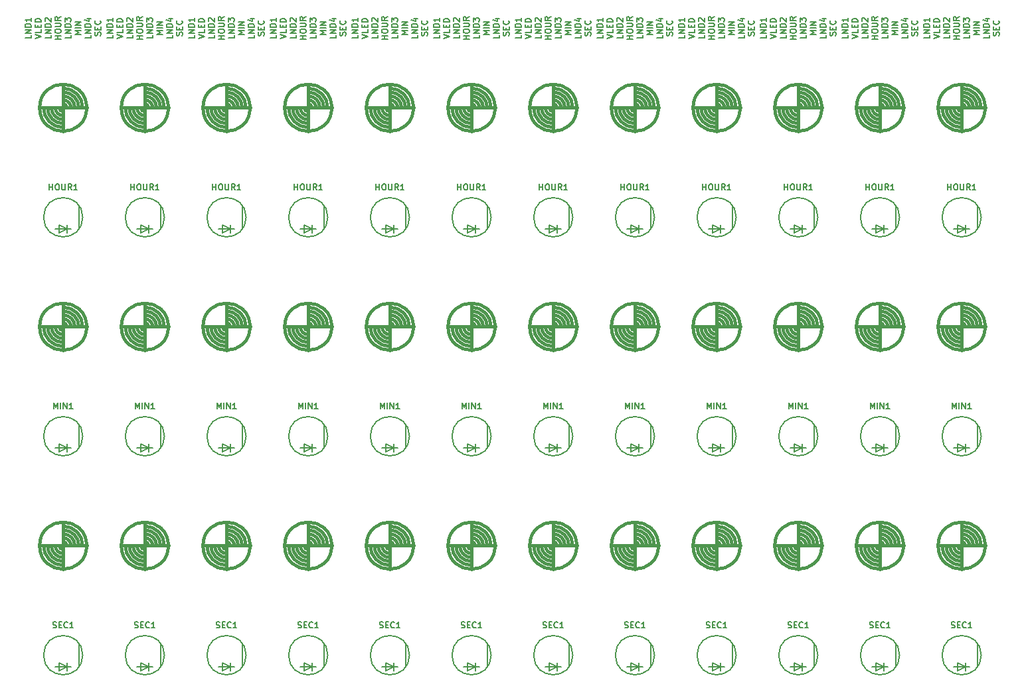
<source format=gto>
%FSLAX34Y34*%
G04 Gerber Fmt 3.4, Leading zero omitted, Abs format*
G04 (created by PCBNEW (2014-04-22 BZR 4817)-product) date Mon 08 Sep 2014 03:11:33 PM CDT*
%MOIN*%
G01*
G70*
G90*
G04 APERTURE LIST*
%ADD10C,0.005000*%
%ADD11C,0.015000*%
%ADD12C,0.008000*%
%ADD13C,0.006000*%
G04 APERTURE END LIST*
G54D10*
G54D11*
X154615Y-58500D02*
G75*
G03X155600Y-59484I984J0D01*
G74*
G01*
X154812Y-58500D02*
G75*
G03X155600Y-59287I787J0D01*
G74*
G01*
X155009Y-58500D02*
G75*
G03X155600Y-59090I590J0D01*
G74*
G01*
X155206Y-58500D02*
G75*
G03X155600Y-58893I393J0D01*
G74*
G01*
X155403Y-58500D02*
G75*
G03X155600Y-58696I196J0D01*
G74*
G01*
X156584Y-58500D02*
G75*
G03X155600Y-57515I-984J0D01*
G74*
G01*
X156387Y-58500D02*
G75*
G03X155600Y-57712I-787J0D01*
G74*
G01*
X156190Y-58500D02*
G75*
G03X155600Y-57909I-590J0D01*
G74*
G01*
X155993Y-58500D02*
G75*
G03X155600Y-58106I-393J0D01*
G74*
G01*
X155796Y-58500D02*
G75*
G03X155600Y-58303I-196J0D01*
G74*
G01*
X155600Y-58500D02*
X155600Y-59681D01*
X155600Y-58500D02*
X154418Y-58500D01*
X155600Y-58500D02*
X156781Y-58500D01*
X155600Y-58500D02*
X155600Y-57318D01*
X156781Y-58500D02*
G75*
G03X156781Y-58500I-1181J0D01*
G74*
G01*
X154615Y-47500D02*
G75*
G03X155600Y-48484I984J0D01*
G74*
G01*
X154812Y-47500D02*
G75*
G03X155600Y-48287I787J0D01*
G74*
G01*
X155009Y-47500D02*
G75*
G03X155600Y-48090I590J0D01*
G74*
G01*
X155206Y-47500D02*
G75*
G03X155600Y-47893I393J0D01*
G74*
G01*
X155403Y-47500D02*
G75*
G03X155600Y-47696I196J0D01*
G74*
G01*
X156584Y-47500D02*
G75*
G03X155600Y-46515I-984J0D01*
G74*
G01*
X156387Y-47500D02*
G75*
G03X155600Y-46712I-787J0D01*
G74*
G01*
X156190Y-47500D02*
G75*
G03X155600Y-46909I-590J0D01*
G74*
G01*
X155993Y-47500D02*
G75*
G03X155600Y-47106I-393J0D01*
G74*
G01*
X155796Y-47500D02*
G75*
G03X155600Y-47303I-196J0D01*
G74*
G01*
X155600Y-47500D02*
X155600Y-48681D01*
X155600Y-47500D02*
X154418Y-47500D01*
X155600Y-47500D02*
X156781Y-47500D01*
X155600Y-47500D02*
X155600Y-46318D01*
X156781Y-47500D02*
G75*
G03X156781Y-47500I-1181J0D01*
G74*
G01*
X154615Y-36500D02*
G75*
G03X155600Y-37484I984J0D01*
G74*
G01*
X154812Y-36500D02*
G75*
G03X155600Y-37287I787J0D01*
G74*
G01*
X155009Y-36500D02*
G75*
G03X155600Y-37090I590J0D01*
G74*
G01*
X155206Y-36500D02*
G75*
G03X155600Y-36893I393J0D01*
G74*
G01*
X155403Y-36500D02*
G75*
G03X155600Y-36696I196J0D01*
G74*
G01*
X156584Y-36500D02*
G75*
G03X155600Y-35515I-984J0D01*
G74*
G01*
X156387Y-36500D02*
G75*
G03X155600Y-35712I-787J0D01*
G74*
G01*
X156190Y-36500D02*
G75*
G03X155600Y-35909I-590J0D01*
G74*
G01*
X155993Y-36500D02*
G75*
G03X155600Y-36106I-393J0D01*
G74*
G01*
X155796Y-36500D02*
G75*
G03X155600Y-36303I-196J0D01*
G74*
G01*
X155600Y-36500D02*
X155600Y-37681D01*
X155600Y-36500D02*
X154418Y-36500D01*
X155600Y-36500D02*
X156781Y-36500D01*
X155600Y-36500D02*
X155600Y-35318D01*
X156781Y-36500D02*
G75*
G03X156781Y-36500I-1181J0D01*
G74*
G01*
X146415Y-58500D02*
G75*
G03X147400Y-59484I984J0D01*
G74*
G01*
X146612Y-58500D02*
G75*
G03X147400Y-59287I787J0D01*
G74*
G01*
X146809Y-58500D02*
G75*
G03X147400Y-59090I590J0D01*
G74*
G01*
X147006Y-58500D02*
G75*
G03X147400Y-58893I393J0D01*
G74*
G01*
X147203Y-58500D02*
G75*
G03X147400Y-58696I196J0D01*
G74*
G01*
X148384Y-58500D02*
G75*
G03X147400Y-57515I-984J0D01*
G74*
G01*
X148187Y-58500D02*
G75*
G03X147400Y-57712I-787J0D01*
G74*
G01*
X147990Y-58500D02*
G75*
G03X147400Y-57909I-590J0D01*
G74*
G01*
X147793Y-58500D02*
G75*
G03X147400Y-58106I-393J0D01*
G74*
G01*
X147596Y-58500D02*
G75*
G03X147400Y-58303I-196J0D01*
G74*
G01*
X147400Y-58500D02*
X147400Y-59681D01*
X147400Y-58500D02*
X146218Y-58500D01*
X147400Y-58500D02*
X148581Y-58500D01*
X147400Y-58500D02*
X147400Y-57318D01*
X148581Y-58500D02*
G75*
G03X148581Y-58500I-1181J0D01*
G74*
G01*
X146415Y-47500D02*
G75*
G03X147400Y-48484I984J0D01*
G74*
G01*
X146612Y-47500D02*
G75*
G03X147400Y-48287I787J0D01*
G74*
G01*
X146809Y-47500D02*
G75*
G03X147400Y-48090I590J0D01*
G74*
G01*
X147006Y-47500D02*
G75*
G03X147400Y-47893I393J0D01*
G74*
G01*
X147203Y-47500D02*
G75*
G03X147400Y-47696I196J0D01*
G74*
G01*
X148384Y-47500D02*
G75*
G03X147400Y-46515I-984J0D01*
G74*
G01*
X148187Y-47500D02*
G75*
G03X147400Y-46712I-787J0D01*
G74*
G01*
X147990Y-47500D02*
G75*
G03X147400Y-46909I-590J0D01*
G74*
G01*
X147793Y-47500D02*
G75*
G03X147400Y-47106I-393J0D01*
G74*
G01*
X147596Y-47500D02*
G75*
G03X147400Y-47303I-196J0D01*
G74*
G01*
X147400Y-47500D02*
X147400Y-48681D01*
X147400Y-47500D02*
X146218Y-47500D01*
X147400Y-47500D02*
X148581Y-47500D01*
X147400Y-47500D02*
X147400Y-46318D01*
X148581Y-47500D02*
G75*
G03X148581Y-47500I-1181J0D01*
G74*
G01*
X146415Y-36500D02*
G75*
G03X147400Y-37484I984J0D01*
G74*
G01*
X146612Y-36500D02*
G75*
G03X147400Y-37287I787J0D01*
G74*
G01*
X146809Y-36500D02*
G75*
G03X147400Y-37090I590J0D01*
G74*
G01*
X147006Y-36500D02*
G75*
G03X147400Y-36893I393J0D01*
G74*
G01*
X147203Y-36500D02*
G75*
G03X147400Y-36696I196J0D01*
G74*
G01*
X148384Y-36500D02*
G75*
G03X147400Y-35515I-984J0D01*
G74*
G01*
X148187Y-36500D02*
G75*
G03X147400Y-35712I-787J0D01*
G74*
G01*
X147990Y-36500D02*
G75*
G03X147400Y-35909I-590J0D01*
G74*
G01*
X147793Y-36500D02*
G75*
G03X147400Y-36106I-393J0D01*
G74*
G01*
X147596Y-36500D02*
G75*
G03X147400Y-36303I-196J0D01*
G74*
G01*
X147400Y-36500D02*
X147400Y-37681D01*
X147400Y-36500D02*
X146218Y-36500D01*
X147400Y-36500D02*
X148581Y-36500D01*
X147400Y-36500D02*
X147400Y-35318D01*
X148581Y-36500D02*
G75*
G03X148581Y-36500I-1181J0D01*
G74*
G01*
X142315Y-58500D02*
G75*
G03X143300Y-59484I984J0D01*
G74*
G01*
X142512Y-58500D02*
G75*
G03X143300Y-59287I787J0D01*
G74*
G01*
X142709Y-58500D02*
G75*
G03X143300Y-59090I590J0D01*
G74*
G01*
X142906Y-58500D02*
G75*
G03X143300Y-58893I393J0D01*
G74*
G01*
X143103Y-58500D02*
G75*
G03X143300Y-58696I196J0D01*
G74*
G01*
X144284Y-58500D02*
G75*
G03X143300Y-57515I-984J0D01*
G74*
G01*
X144087Y-58500D02*
G75*
G03X143300Y-57712I-787J0D01*
G74*
G01*
X143890Y-58500D02*
G75*
G03X143300Y-57909I-590J0D01*
G74*
G01*
X143693Y-58500D02*
G75*
G03X143300Y-58106I-393J0D01*
G74*
G01*
X143496Y-58500D02*
G75*
G03X143300Y-58303I-196J0D01*
G74*
G01*
X143300Y-58500D02*
X143300Y-59681D01*
X143300Y-58500D02*
X142118Y-58500D01*
X143300Y-58500D02*
X144481Y-58500D01*
X143300Y-58500D02*
X143300Y-57318D01*
X144481Y-58500D02*
G75*
G03X144481Y-58500I-1181J0D01*
G74*
G01*
X142315Y-47500D02*
G75*
G03X143300Y-48484I984J0D01*
G74*
G01*
X142512Y-47500D02*
G75*
G03X143300Y-48287I787J0D01*
G74*
G01*
X142709Y-47500D02*
G75*
G03X143300Y-48090I590J0D01*
G74*
G01*
X142906Y-47500D02*
G75*
G03X143300Y-47893I393J0D01*
G74*
G01*
X143103Y-47500D02*
G75*
G03X143300Y-47696I196J0D01*
G74*
G01*
X144284Y-47500D02*
G75*
G03X143300Y-46515I-984J0D01*
G74*
G01*
X144087Y-47500D02*
G75*
G03X143300Y-46712I-787J0D01*
G74*
G01*
X143890Y-47500D02*
G75*
G03X143300Y-46909I-590J0D01*
G74*
G01*
X143693Y-47500D02*
G75*
G03X143300Y-47106I-393J0D01*
G74*
G01*
X143496Y-47500D02*
G75*
G03X143300Y-47303I-196J0D01*
G74*
G01*
X143300Y-47500D02*
X143300Y-48681D01*
X143300Y-47500D02*
X142118Y-47500D01*
X143300Y-47500D02*
X144481Y-47500D01*
X143300Y-47500D02*
X143300Y-46318D01*
X144481Y-47500D02*
G75*
G03X144481Y-47500I-1181J0D01*
G74*
G01*
X142315Y-36500D02*
G75*
G03X143300Y-37484I984J0D01*
G74*
G01*
X142512Y-36500D02*
G75*
G03X143300Y-37287I787J0D01*
G74*
G01*
X142709Y-36500D02*
G75*
G03X143300Y-37090I590J0D01*
G74*
G01*
X142906Y-36500D02*
G75*
G03X143300Y-36893I393J0D01*
G74*
G01*
X143103Y-36500D02*
G75*
G03X143300Y-36696I196J0D01*
G74*
G01*
X144284Y-36500D02*
G75*
G03X143300Y-35515I-984J0D01*
G74*
G01*
X144087Y-36500D02*
G75*
G03X143300Y-35712I-787J0D01*
G74*
G01*
X143890Y-36500D02*
G75*
G03X143300Y-35909I-590J0D01*
G74*
G01*
X143693Y-36500D02*
G75*
G03X143300Y-36106I-393J0D01*
G74*
G01*
X143496Y-36500D02*
G75*
G03X143300Y-36303I-196J0D01*
G74*
G01*
X143300Y-36500D02*
X143300Y-37681D01*
X143300Y-36500D02*
X142118Y-36500D01*
X143300Y-36500D02*
X144481Y-36500D01*
X143300Y-36500D02*
X143300Y-35318D01*
X144481Y-36500D02*
G75*
G03X144481Y-36500I-1181J0D01*
G74*
G01*
X125915Y-36500D02*
G75*
G03X126900Y-37484I984J0D01*
G74*
G01*
X126112Y-36500D02*
G75*
G03X126900Y-37287I787J0D01*
G74*
G01*
X126309Y-36500D02*
G75*
G03X126900Y-37090I590J0D01*
G74*
G01*
X126506Y-36500D02*
G75*
G03X126900Y-36893I393J0D01*
G74*
G01*
X126703Y-36500D02*
G75*
G03X126900Y-36696I196J0D01*
G74*
G01*
X127884Y-36500D02*
G75*
G03X126900Y-35515I-984J0D01*
G74*
G01*
X127687Y-36500D02*
G75*
G03X126900Y-35712I-787J0D01*
G74*
G01*
X127490Y-36500D02*
G75*
G03X126900Y-35909I-590J0D01*
G74*
G01*
X127293Y-36500D02*
G75*
G03X126900Y-36106I-393J0D01*
G74*
G01*
X127096Y-36500D02*
G75*
G03X126900Y-36303I-196J0D01*
G74*
G01*
X126900Y-36500D02*
X126900Y-37681D01*
X126900Y-36500D02*
X125718Y-36500D01*
X126900Y-36500D02*
X128081Y-36500D01*
X126900Y-36500D02*
X126900Y-35318D01*
X128081Y-36500D02*
G75*
G03X128081Y-36500I-1181J0D01*
G74*
G01*
X125915Y-47500D02*
G75*
G03X126900Y-48484I984J0D01*
G74*
G01*
X126112Y-47500D02*
G75*
G03X126900Y-48287I787J0D01*
G74*
G01*
X126309Y-47500D02*
G75*
G03X126900Y-48090I590J0D01*
G74*
G01*
X126506Y-47500D02*
G75*
G03X126900Y-47893I393J0D01*
G74*
G01*
X126703Y-47500D02*
G75*
G03X126900Y-47696I196J0D01*
G74*
G01*
X127884Y-47500D02*
G75*
G03X126900Y-46515I-984J0D01*
G74*
G01*
X127687Y-47500D02*
G75*
G03X126900Y-46712I-787J0D01*
G74*
G01*
X127490Y-47500D02*
G75*
G03X126900Y-46909I-590J0D01*
G74*
G01*
X127293Y-47500D02*
G75*
G03X126900Y-47106I-393J0D01*
G74*
G01*
X127096Y-47500D02*
G75*
G03X126900Y-47303I-196J0D01*
G74*
G01*
X126900Y-47500D02*
X126900Y-48681D01*
X126900Y-47500D02*
X125718Y-47500D01*
X126900Y-47500D02*
X128081Y-47500D01*
X126900Y-47500D02*
X126900Y-46318D01*
X128081Y-47500D02*
G75*
G03X128081Y-47500I-1181J0D01*
G74*
G01*
X125915Y-58500D02*
G75*
G03X126900Y-59484I984J0D01*
G74*
G01*
X126112Y-58500D02*
G75*
G03X126900Y-59287I787J0D01*
G74*
G01*
X126309Y-58500D02*
G75*
G03X126900Y-59090I590J0D01*
G74*
G01*
X126506Y-58500D02*
G75*
G03X126900Y-58893I393J0D01*
G74*
G01*
X126703Y-58500D02*
G75*
G03X126900Y-58696I196J0D01*
G74*
G01*
X127884Y-58500D02*
G75*
G03X126900Y-57515I-984J0D01*
G74*
G01*
X127687Y-58500D02*
G75*
G03X126900Y-57712I-787J0D01*
G74*
G01*
X127490Y-58500D02*
G75*
G03X126900Y-57909I-590J0D01*
G74*
G01*
X127293Y-58500D02*
G75*
G03X126900Y-58106I-393J0D01*
G74*
G01*
X127096Y-58500D02*
G75*
G03X126900Y-58303I-196J0D01*
G74*
G01*
X126900Y-58500D02*
X126900Y-59681D01*
X126900Y-58500D02*
X125718Y-58500D01*
X126900Y-58500D02*
X128081Y-58500D01*
X126900Y-58500D02*
X126900Y-57318D01*
X128081Y-58500D02*
G75*
G03X128081Y-58500I-1181J0D01*
G74*
G01*
X130015Y-58500D02*
G75*
G03X131000Y-59484I984J0D01*
G74*
G01*
X130212Y-58500D02*
G75*
G03X131000Y-59287I787J0D01*
G74*
G01*
X130409Y-58500D02*
G75*
G03X131000Y-59090I590J0D01*
G74*
G01*
X130606Y-58500D02*
G75*
G03X131000Y-58893I393J0D01*
G74*
G01*
X130803Y-58500D02*
G75*
G03X131000Y-58696I196J0D01*
G74*
G01*
X131984Y-58500D02*
G75*
G03X131000Y-57515I-984J0D01*
G74*
G01*
X131787Y-58500D02*
G75*
G03X131000Y-57712I-787J0D01*
G74*
G01*
X131590Y-58500D02*
G75*
G03X131000Y-57909I-590J0D01*
G74*
G01*
X131393Y-58500D02*
G75*
G03X131000Y-58106I-393J0D01*
G74*
G01*
X131196Y-58500D02*
G75*
G03X131000Y-58303I-196J0D01*
G74*
G01*
X131000Y-58500D02*
X131000Y-59681D01*
X131000Y-58500D02*
X129818Y-58500D01*
X131000Y-58500D02*
X132181Y-58500D01*
X131000Y-58500D02*
X131000Y-57318D01*
X132181Y-58500D02*
G75*
G03X132181Y-58500I-1181J0D01*
G74*
G01*
X130015Y-47500D02*
G75*
G03X131000Y-48484I984J0D01*
G74*
G01*
X130212Y-47500D02*
G75*
G03X131000Y-48287I787J0D01*
G74*
G01*
X130409Y-47500D02*
G75*
G03X131000Y-48090I590J0D01*
G74*
G01*
X130606Y-47500D02*
G75*
G03X131000Y-47893I393J0D01*
G74*
G01*
X130803Y-47500D02*
G75*
G03X131000Y-47696I196J0D01*
G74*
G01*
X131984Y-47500D02*
G75*
G03X131000Y-46515I-984J0D01*
G74*
G01*
X131787Y-47500D02*
G75*
G03X131000Y-46712I-787J0D01*
G74*
G01*
X131590Y-47500D02*
G75*
G03X131000Y-46909I-590J0D01*
G74*
G01*
X131393Y-47500D02*
G75*
G03X131000Y-47106I-393J0D01*
G74*
G01*
X131196Y-47500D02*
G75*
G03X131000Y-47303I-196J0D01*
G74*
G01*
X131000Y-47500D02*
X131000Y-48681D01*
X131000Y-47500D02*
X129818Y-47500D01*
X131000Y-47500D02*
X132181Y-47500D01*
X131000Y-47500D02*
X131000Y-46318D01*
X132181Y-47500D02*
G75*
G03X132181Y-47500I-1181J0D01*
G74*
G01*
X130015Y-36500D02*
G75*
G03X131000Y-37484I984J0D01*
G74*
G01*
X130212Y-36500D02*
G75*
G03X131000Y-37287I787J0D01*
G74*
G01*
X130409Y-36500D02*
G75*
G03X131000Y-37090I590J0D01*
G74*
G01*
X130606Y-36500D02*
G75*
G03X131000Y-36893I393J0D01*
G74*
G01*
X130803Y-36500D02*
G75*
G03X131000Y-36696I196J0D01*
G74*
G01*
X131984Y-36500D02*
G75*
G03X131000Y-35515I-984J0D01*
G74*
G01*
X131787Y-36500D02*
G75*
G03X131000Y-35712I-787J0D01*
G74*
G01*
X131590Y-36500D02*
G75*
G03X131000Y-35909I-590J0D01*
G74*
G01*
X131393Y-36500D02*
G75*
G03X131000Y-36106I-393J0D01*
G74*
G01*
X131196Y-36500D02*
G75*
G03X131000Y-36303I-196J0D01*
G74*
G01*
X131000Y-36500D02*
X131000Y-37681D01*
X131000Y-36500D02*
X129818Y-36500D01*
X131000Y-36500D02*
X132181Y-36500D01*
X131000Y-36500D02*
X131000Y-35318D01*
X132181Y-36500D02*
G75*
G03X132181Y-36500I-1181J0D01*
G74*
G01*
X138215Y-36500D02*
G75*
G03X139200Y-37484I984J0D01*
G74*
G01*
X138412Y-36500D02*
G75*
G03X139200Y-37287I787J0D01*
G74*
G01*
X138609Y-36500D02*
G75*
G03X139200Y-37090I590J0D01*
G74*
G01*
X138806Y-36500D02*
G75*
G03X139200Y-36893I393J0D01*
G74*
G01*
X139003Y-36500D02*
G75*
G03X139200Y-36696I196J0D01*
G74*
G01*
X140184Y-36500D02*
G75*
G03X139200Y-35515I-984J0D01*
G74*
G01*
X139987Y-36500D02*
G75*
G03X139200Y-35712I-787J0D01*
G74*
G01*
X139790Y-36500D02*
G75*
G03X139200Y-35909I-590J0D01*
G74*
G01*
X139593Y-36500D02*
G75*
G03X139200Y-36106I-393J0D01*
G74*
G01*
X139396Y-36500D02*
G75*
G03X139200Y-36303I-196J0D01*
G74*
G01*
X139200Y-36500D02*
X139200Y-37681D01*
X139200Y-36500D02*
X138018Y-36500D01*
X139200Y-36500D02*
X140381Y-36500D01*
X139200Y-36500D02*
X139200Y-35318D01*
X140381Y-36500D02*
G75*
G03X140381Y-36500I-1181J0D01*
G74*
G01*
X138215Y-47500D02*
G75*
G03X139200Y-48484I984J0D01*
G74*
G01*
X138412Y-47500D02*
G75*
G03X139200Y-48287I787J0D01*
G74*
G01*
X138609Y-47500D02*
G75*
G03X139200Y-48090I590J0D01*
G74*
G01*
X138806Y-47500D02*
G75*
G03X139200Y-47893I393J0D01*
G74*
G01*
X139003Y-47500D02*
G75*
G03X139200Y-47696I196J0D01*
G74*
G01*
X140184Y-47500D02*
G75*
G03X139200Y-46515I-984J0D01*
G74*
G01*
X139987Y-47500D02*
G75*
G03X139200Y-46712I-787J0D01*
G74*
G01*
X139790Y-47500D02*
G75*
G03X139200Y-46909I-590J0D01*
G74*
G01*
X139593Y-47500D02*
G75*
G03X139200Y-47106I-393J0D01*
G74*
G01*
X139396Y-47500D02*
G75*
G03X139200Y-47303I-196J0D01*
G74*
G01*
X139200Y-47500D02*
X139200Y-48681D01*
X139200Y-47500D02*
X138018Y-47500D01*
X139200Y-47500D02*
X140381Y-47500D01*
X139200Y-47500D02*
X139200Y-46318D01*
X140381Y-47500D02*
G75*
G03X140381Y-47500I-1181J0D01*
G74*
G01*
X138215Y-58500D02*
G75*
G03X139200Y-59484I984J0D01*
G74*
G01*
X138412Y-58500D02*
G75*
G03X139200Y-59287I787J0D01*
G74*
G01*
X138609Y-58500D02*
G75*
G03X139200Y-59090I590J0D01*
G74*
G01*
X138806Y-58500D02*
G75*
G03X139200Y-58893I393J0D01*
G74*
G01*
X139003Y-58500D02*
G75*
G03X139200Y-58696I196J0D01*
G74*
G01*
X140184Y-58500D02*
G75*
G03X139200Y-57515I-984J0D01*
G74*
G01*
X139987Y-58500D02*
G75*
G03X139200Y-57712I-787J0D01*
G74*
G01*
X139790Y-58500D02*
G75*
G03X139200Y-57909I-590J0D01*
G74*
G01*
X139593Y-58500D02*
G75*
G03X139200Y-58106I-393J0D01*
G74*
G01*
X139396Y-58500D02*
G75*
G03X139200Y-58303I-196J0D01*
G74*
G01*
X139200Y-58500D02*
X139200Y-59681D01*
X139200Y-58500D02*
X138018Y-58500D01*
X139200Y-58500D02*
X140381Y-58500D01*
X139200Y-58500D02*
X139200Y-57318D01*
X140381Y-58500D02*
G75*
G03X140381Y-58500I-1181J0D01*
G74*
G01*
X134115Y-58500D02*
G75*
G03X135100Y-59484I984J0D01*
G74*
G01*
X134312Y-58500D02*
G75*
G03X135100Y-59287I787J0D01*
G74*
G01*
X134509Y-58500D02*
G75*
G03X135100Y-59090I590J0D01*
G74*
G01*
X134706Y-58500D02*
G75*
G03X135100Y-58893I393J0D01*
G74*
G01*
X134903Y-58500D02*
G75*
G03X135100Y-58696I196J0D01*
G74*
G01*
X136084Y-58500D02*
G75*
G03X135100Y-57515I-984J0D01*
G74*
G01*
X135887Y-58500D02*
G75*
G03X135100Y-57712I-787J0D01*
G74*
G01*
X135690Y-58500D02*
G75*
G03X135100Y-57909I-590J0D01*
G74*
G01*
X135493Y-58500D02*
G75*
G03X135100Y-58106I-393J0D01*
G74*
G01*
X135296Y-58500D02*
G75*
G03X135100Y-58303I-196J0D01*
G74*
G01*
X135100Y-58500D02*
X135100Y-59681D01*
X135100Y-58500D02*
X133918Y-58500D01*
X135100Y-58500D02*
X136281Y-58500D01*
X135100Y-58500D02*
X135100Y-57318D01*
X136281Y-58500D02*
G75*
G03X136281Y-58500I-1181J0D01*
G74*
G01*
X134115Y-47500D02*
G75*
G03X135100Y-48484I984J0D01*
G74*
G01*
X134312Y-47500D02*
G75*
G03X135100Y-48287I787J0D01*
G74*
G01*
X134509Y-47500D02*
G75*
G03X135100Y-48090I590J0D01*
G74*
G01*
X134706Y-47500D02*
G75*
G03X135100Y-47893I393J0D01*
G74*
G01*
X134903Y-47500D02*
G75*
G03X135100Y-47696I196J0D01*
G74*
G01*
X136084Y-47500D02*
G75*
G03X135100Y-46515I-984J0D01*
G74*
G01*
X135887Y-47500D02*
G75*
G03X135100Y-46712I-787J0D01*
G74*
G01*
X135690Y-47500D02*
G75*
G03X135100Y-46909I-590J0D01*
G74*
G01*
X135493Y-47500D02*
G75*
G03X135100Y-47106I-393J0D01*
G74*
G01*
X135296Y-47500D02*
G75*
G03X135100Y-47303I-196J0D01*
G74*
G01*
X135100Y-47500D02*
X135100Y-48681D01*
X135100Y-47500D02*
X133918Y-47500D01*
X135100Y-47500D02*
X136281Y-47500D01*
X135100Y-47500D02*
X135100Y-46318D01*
X136281Y-47500D02*
G75*
G03X136281Y-47500I-1181J0D01*
G74*
G01*
X134115Y-36500D02*
G75*
G03X135100Y-37484I984J0D01*
G74*
G01*
X134312Y-36500D02*
G75*
G03X135100Y-37287I787J0D01*
G74*
G01*
X134509Y-36500D02*
G75*
G03X135100Y-37090I590J0D01*
G74*
G01*
X134706Y-36500D02*
G75*
G03X135100Y-36893I393J0D01*
G74*
G01*
X134903Y-36500D02*
G75*
G03X135100Y-36696I196J0D01*
G74*
G01*
X136084Y-36500D02*
G75*
G03X135100Y-35515I-984J0D01*
G74*
G01*
X135887Y-36500D02*
G75*
G03X135100Y-35712I-787J0D01*
G74*
G01*
X135690Y-36500D02*
G75*
G03X135100Y-35909I-590J0D01*
G74*
G01*
X135493Y-36500D02*
G75*
G03X135100Y-36106I-393J0D01*
G74*
G01*
X135296Y-36500D02*
G75*
G03X135100Y-36303I-196J0D01*
G74*
G01*
X135100Y-36500D02*
X135100Y-37681D01*
X135100Y-36500D02*
X133918Y-36500D01*
X135100Y-36500D02*
X136281Y-36500D01*
X135100Y-36500D02*
X135100Y-35318D01*
X136281Y-36500D02*
G75*
G03X136281Y-36500I-1181J0D01*
G74*
G01*
X117715Y-36500D02*
G75*
G03X118700Y-37484I984J0D01*
G74*
G01*
X117912Y-36500D02*
G75*
G03X118700Y-37287I787J0D01*
G74*
G01*
X118109Y-36500D02*
G75*
G03X118700Y-37090I590J0D01*
G74*
G01*
X118306Y-36500D02*
G75*
G03X118700Y-36893I393J0D01*
G74*
G01*
X118503Y-36500D02*
G75*
G03X118700Y-36696I196J0D01*
G74*
G01*
X119684Y-36500D02*
G75*
G03X118700Y-35515I-984J0D01*
G74*
G01*
X119487Y-36500D02*
G75*
G03X118700Y-35712I-787J0D01*
G74*
G01*
X119290Y-36500D02*
G75*
G03X118700Y-35909I-590J0D01*
G74*
G01*
X119093Y-36500D02*
G75*
G03X118700Y-36106I-393J0D01*
G74*
G01*
X118896Y-36500D02*
G75*
G03X118700Y-36303I-196J0D01*
G74*
G01*
X118700Y-36500D02*
X118700Y-37681D01*
X118700Y-36500D02*
X117518Y-36500D01*
X118700Y-36500D02*
X119881Y-36500D01*
X118700Y-36500D02*
X118700Y-35318D01*
X119881Y-36500D02*
G75*
G03X119881Y-36500I-1181J0D01*
G74*
G01*
X117715Y-47500D02*
G75*
G03X118700Y-48484I984J0D01*
G74*
G01*
X117912Y-47500D02*
G75*
G03X118700Y-48287I787J0D01*
G74*
G01*
X118109Y-47500D02*
G75*
G03X118700Y-48090I590J0D01*
G74*
G01*
X118306Y-47500D02*
G75*
G03X118700Y-47893I393J0D01*
G74*
G01*
X118503Y-47500D02*
G75*
G03X118700Y-47696I196J0D01*
G74*
G01*
X119684Y-47500D02*
G75*
G03X118700Y-46515I-984J0D01*
G74*
G01*
X119487Y-47500D02*
G75*
G03X118700Y-46712I-787J0D01*
G74*
G01*
X119290Y-47500D02*
G75*
G03X118700Y-46909I-590J0D01*
G74*
G01*
X119093Y-47500D02*
G75*
G03X118700Y-47106I-393J0D01*
G74*
G01*
X118896Y-47500D02*
G75*
G03X118700Y-47303I-196J0D01*
G74*
G01*
X118700Y-47500D02*
X118700Y-48681D01*
X118700Y-47500D02*
X117518Y-47500D01*
X118700Y-47500D02*
X119881Y-47500D01*
X118700Y-47500D02*
X118700Y-46318D01*
X119881Y-47500D02*
G75*
G03X119881Y-47500I-1181J0D01*
G74*
G01*
X117715Y-58500D02*
G75*
G03X118700Y-59484I984J0D01*
G74*
G01*
X117912Y-58500D02*
G75*
G03X118700Y-59287I787J0D01*
G74*
G01*
X118109Y-58500D02*
G75*
G03X118700Y-59090I590J0D01*
G74*
G01*
X118306Y-58500D02*
G75*
G03X118700Y-58893I393J0D01*
G74*
G01*
X118503Y-58500D02*
G75*
G03X118700Y-58696I196J0D01*
G74*
G01*
X119684Y-58500D02*
G75*
G03X118700Y-57515I-984J0D01*
G74*
G01*
X119487Y-58500D02*
G75*
G03X118700Y-57712I-787J0D01*
G74*
G01*
X119290Y-58500D02*
G75*
G03X118700Y-57909I-590J0D01*
G74*
G01*
X119093Y-58500D02*
G75*
G03X118700Y-58106I-393J0D01*
G74*
G01*
X118896Y-58500D02*
G75*
G03X118700Y-58303I-196J0D01*
G74*
G01*
X118700Y-58500D02*
X118700Y-59681D01*
X118700Y-58500D02*
X117518Y-58500D01*
X118700Y-58500D02*
X119881Y-58500D01*
X118700Y-58500D02*
X118700Y-57318D01*
X119881Y-58500D02*
G75*
G03X119881Y-58500I-1181J0D01*
G74*
G01*
X121815Y-58500D02*
G75*
G03X122800Y-59484I984J0D01*
G74*
G01*
X122012Y-58500D02*
G75*
G03X122800Y-59287I787J0D01*
G74*
G01*
X122209Y-58500D02*
G75*
G03X122800Y-59090I590J0D01*
G74*
G01*
X122406Y-58500D02*
G75*
G03X122800Y-58893I393J0D01*
G74*
G01*
X122603Y-58500D02*
G75*
G03X122800Y-58696I196J0D01*
G74*
G01*
X123784Y-58500D02*
G75*
G03X122800Y-57515I-984J0D01*
G74*
G01*
X123587Y-58500D02*
G75*
G03X122800Y-57712I-787J0D01*
G74*
G01*
X123390Y-58500D02*
G75*
G03X122800Y-57909I-590J0D01*
G74*
G01*
X123193Y-58500D02*
G75*
G03X122800Y-58106I-393J0D01*
G74*
G01*
X122996Y-58500D02*
G75*
G03X122800Y-58303I-196J0D01*
G74*
G01*
X122800Y-58500D02*
X122800Y-59681D01*
X122800Y-58500D02*
X121618Y-58500D01*
X122800Y-58500D02*
X123981Y-58500D01*
X122800Y-58500D02*
X122800Y-57318D01*
X123981Y-58500D02*
G75*
G03X123981Y-58500I-1181J0D01*
G74*
G01*
X121815Y-47500D02*
G75*
G03X122800Y-48484I984J0D01*
G74*
G01*
X122012Y-47500D02*
G75*
G03X122800Y-48287I787J0D01*
G74*
G01*
X122209Y-47500D02*
G75*
G03X122800Y-48090I590J0D01*
G74*
G01*
X122406Y-47500D02*
G75*
G03X122800Y-47893I393J0D01*
G74*
G01*
X122603Y-47500D02*
G75*
G03X122800Y-47696I196J0D01*
G74*
G01*
X123784Y-47500D02*
G75*
G03X122800Y-46515I-984J0D01*
G74*
G01*
X123587Y-47500D02*
G75*
G03X122800Y-46712I-787J0D01*
G74*
G01*
X123390Y-47500D02*
G75*
G03X122800Y-46909I-590J0D01*
G74*
G01*
X123193Y-47500D02*
G75*
G03X122800Y-47106I-393J0D01*
G74*
G01*
X122996Y-47500D02*
G75*
G03X122800Y-47303I-196J0D01*
G74*
G01*
X122800Y-47500D02*
X122800Y-48681D01*
X122800Y-47500D02*
X121618Y-47500D01*
X122800Y-47500D02*
X123981Y-47500D01*
X122800Y-47500D02*
X122800Y-46318D01*
X123981Y-47500D02*
G75*
G03X123981Y-47500I-1181J0D01*
G74*
G01*
X121815Y-36500D02*
G75*
G03X122800Y-37484I984J0D01*
G74*
G01*
X122012Y-36500D02*
G75*
G03X122800Y-37287I787J0D01*
G74*
G01*
X122209Y-36500D02*
G75*
G03X122800Y-37090I590J0D01*
G74*
G01*
X122406Y-36500D02*
G75*
G03X122800Y-36893I393J0D01*
G74*
G01*
X122603Y-36500D02*
G75*
G03X122800Y-36696I196J0D01*
G74*
G01*
X123784Y-36500D02*
G75*
G03X122800Y-35515I-984J0D01*
G74*
G01*
X123587Y-36500D02*
G75*
G03X122800Y-35712I-787J0D01*
G74*
G01*
X123390Y-36500D02*
G75*
G03X122800Y-35909I-590J0D01*
G74*
G01*
X123193Y-36500D02*
G75*
G03X122800Y-36106I-393J0D01*
G74*
G01*
X122996Y-36500D02*
G75*
G03X122800Y-36303I-196J0D01*
G74*
G01*
X122800Y-36500D02*
X122800Y-37681D01*
X122800Y-36500D02*
X121618Y-36500D01*
X122800Y-36500D02*
X123981Y-36500D01*
X122800Y-36500D02*
X122800Y-35318D01*
X123981Y-36500D02*
G75*
G03X123981Y-36500I-1181J0D01*
G74*
G01*
X113615Y-36500D02*
G75*
G03X114600Y-37484I984J0D01*
G74*
G01*
X113812Y-36500D02*
G75*
G03X114600Y-37287I787J0D01*
G74*
G01*
X114009Y-36500D02*
G75*
G03X114600Y-37090I590J0D01*
G74*
G01*
X114206Y-36500D02*
G75*
G03X114600Y-36893I393J0D01*
G74*
G01*
X114403Y-36500D02*
G75*
G03X114600Y-36696I196J0D01*
G74*
G01*
X115584Y-36500D02*
G75*
G03X114600Y-35515I-984J0D01*
G74*
G01*
X115387Y-36500D02*
G75*
G03X114600Y-35712I-787J0D01*
G74*
G01*
X115190Y-36500D02*
G75*
G03X114600Y-35909I-590J0D01*
G74*
G01*
X114993Y-36500D02*
G75*
G03X114600Y-36106I-393J0D01*
G74*
G01*
X114796Y-36500D02*
G75*
G03X114600Y-36303I-196J0D01*
G74*
G01*
X114600Y-36500D02*
X114600Y-37681D01*
X114600Y-36500D02*
X113418Y-36500D01*
X114600Y-36500D02*
X115781Y-36500D01*
X114600Y-36500D02*
X114600Y-35318D01*
X115781Y-36500D02*
G75*
G03X115781Y-36500I-1181J0D01*
G74*
G01*
X113615Y-47500D02*
G75*
G03X114600Y-48484I984J0D01*
G74*
G01*
X113812Y-47500D02*
G75*
G03X114600Y-48287I787J0D01*
G74*
G01*
X114009Y-47500D02*
G75*
G03X114600Y-48090I590J0D01*
G74*
G01*
X114206Y-47500D02*
G75*
G03X114600Y-47893I393J0D01*
G74*
G01*
X114403Y-47500D02*
G75*
G03X114600Y-47696I196J0D01*
G74*
G01*
X115584Y-47500D02*
G75*
G03X114600Y-46515I-984J0D01*
G74*
G01*
X115387Y-47500D02*
G75*
G03X114600Y-46712I-787J0D01*
G74*
G01*
X115190Y-47500D02*
G75*
G03X114600Y-46909I-590J0D01*
G74*
G01*
X114993Y-47500D02*
G75*
G03X114600Y-47106I-393J0D01*
G74*
G01*
X114796Y-47500D02*
G75*
G03X114600Y-47303I-196J0D01*
G74*
G01*
X114600Y-47500D02*
X114600Y-48681D01*
X114600Y-47500D02*
X113418Y-47500D01*
X114600Y-47500D02*
X115781Y-47500D01*
X114600Y-47500D02*
X114600Y-46318D01*
X115781Y-47500D02*
G75*
G03X115781Y-47500I-1181J0D01*
G74*
G01*
X113615Y-58500D02*
G75*
G03X114600Y-59484I984J0D01*
G74*
G01*
X113812Y-58500D02*
G75*
G03X114600Y-59287I787J0D01*
G74*
G01*
X114009Y-58500D02*
G75*
G03X114600Y-59090I590J0D01*
G74*
G01*
X114206Y-58500D02*
G75*
G03X114600Y-58893I393J0D01*
G74*
G01*
X114403Y-58500D02*
G75*
G03X114600Y-58696I196J0D01*
G74*
G01*
X115584Y-58500D02*
G75*
G03X114600Y-57515I-984J0D01*
G74*
G01*
X115387Y-58500D02*
G75*
G03X114600Y-57712I-787J0D01*
G74*
G01*
X115190Y-58500D02*
G75*
G03X114600Y-57909I-590J0D01*
G74*
G01*
X114993Y-58500D02*
G75*
G03X114600Y-58106I-393J0D01*
G74*
G01*
X114796Y-58500D02*
G75*
G03X114600Y-58303I-196J0D01*
G74*
G01*
X114600Y-58500D02*
X114600Y-59681D01*
X114600Y-58500D02*
X113418Y-58500D01*
X114600Y-58500D02*
X115781Y-58500D01*
X114600Y-58500D02*
X114600Y-57318D01*
X115781Y-58500D02*
G75*
G03X115781Y-58500I-1181J0D01*
G74*
G01*
X150515Y-36500D02*
G75*
G03X151500Y-37484I984J0D01*
G74*
G01*
X150712Y-36500D02*
G75*
G03X151500Y-37287I787J0D01*
G74*
G01*
X150909Y-36500D02*
G75*
G03X151500Y-37090I590J0D01*
G74*
G01*
X151106Y-36500D02*
G75*
G03X151500Y-36893I393J0D01*
G74*
G01*
X151303Y-36500D02*
G75*
G03X151500Y-36696I196J0D01*
G74*
G01*
X152484Y-36500D02*
G75*
G03X151500Y-35515I-984J0D01*
G74*
G01*
X152287Y-36500D02*
G75*
G03X151500Y-35712I-787J0D01*
G74*
G01*
X152090Y-36500D02*
G75*
G03X151500Y-35909I-590J0D01*
G74*
G01*
X151893Y-36500D02*
G75*
G03X151500Y-36106I-393J0D01*
G74*
G01*
X151696Y-36500D02*
G75*
G03X151500Y-36303I-196J0D01*
G74*
G01*
X151500Y-36500D02*
X151500Y-37681D01*
X151500Y-36500D02*
X150318Y-36500D01*
X151500Y-36500D02*
X152681Y-36500D01*
X151500Y-36500D02*
X151500Y-35318D01*
X152681Y-36500D02*
G75*
G03X152681Y-36500I-1181J0D01*
G74*
G01*
X150515Y-47500D02*
G75*
G03X151500Y-48484I984J0D01*
G74*
G01*
X150712Y-47500D02*
G75*
G03X151500Y-48287I787J0D01*
G74*
G01*
X150909Y-47500D02*
G75*
G03X151500Y-48090I590J0D01*
G74*
G01*
X151106Y-47500D02*
G75*
G03X151500Y-47893I393J0D01*
G74*
G01*
X151303Y-47500D02*
G75*
G03X151500Y-47696I196J0D01*
G74*
G01*
X152484Y-47500D02*
G75*
G03X151500Y-46515I-984J0D01*
G74*
G01*
X152287Y-47500D02*
G75*
G03X151500Y-46712I-787J0D01*
G74*
G01*
X152090Y-47500D02*
G75*
G03X151500Y-46909I-590J0D01*
G74*
G01*
X151893Y-47500D02*
G75*
G03X151500Y-47106I-393J0D01*
G74*
G01*
X151696Y-47500D02*
G75*
G03X151500Y-47303I-196J0D01*
G74*
G01*
X151500Y-47500D02*
X151500Y-48681D01*
X151500Y-47500D02*
X150318Y-47500D01*
X151500Y-47500D02*
X152681Y-47500D01*
X151500Y-47500D02*
X151500Y-46318D01*
X152681Y-47500D02*
G75*
G03X152681Y-47500I-1181J0D01*
G74*
G01*
X150515Y-58500D02*
G75*
G03X151500Y-59484I984J0D01*
G74*
G01*
X150712Y-58500D02*
G75*
G03X151500Y-59287I787J0D01*
G74*
G01*
X150909Y-58500D02*
G75*
G03X151500Y-59090I590J0D01*
G74*
G01*
X151106Y-58500D02*
G75*
G03X151500Y-58893I393J0D01*
G74*
G01*
X151303Y-58500D02*
G75*
G03X151500Y-58696I196J0D01*
G74*
G01*
X152484Y-58500D02*
G75*
G03X151500Y-57515I-984J0D01*
G74*
G01*
X152287Y-58500D02*
G75*
G03X151500Y-57712I-787J0D01*
G74*
G01*
X152090Y-58500D02*
G75*
G03X151500Y-57909I-590J0D01*
G74*
G01*
X151893Y-58500D02*
G75*
G03X151500Y-58106I-393J0D01*
G74*
G01*
X151696Y-58500D02*
G75*
G03X151500Y-58303I-196J0D01*
G74*
G01*
X151500Y-58500D02*
X151500Y-59681D01*
X151500Y-58500D02*
X150318Y-58500D01*
X151500Y-58500D02*
X152681Y-58500D01*
X151500Y-58500D02*
X151500Y-57318D01*
X152681Y-58500D02*
G75*
G03X152681Y-58500I-1181J0D01*
G74*
G01*
X109515Y-58500D02*
G75*
G03X110500Y-59484I984J0D01*
G74*
G01*
X109712Y-58500D02*
G75*
G03X110500Y-59287I787J0D01*
G74*
G01*
X109909Y-58500D02*
G75*
G03X110500Y-59090I590J0D01*
G74*
G01*
X110106Y-58500D02*
G75*
G03X110500Y-58893I393J0D01*
G74*
G01*
X110303Y-58500D02*
G75*
G03X110500Y-58696I196J0D01*
G74*
G01*
X111484Y-58500D02*
G75*
G03X110500Y-57515I-984J0D01*
G74*
G01*
X111287Y-58500D02*
G75*
G03X110500Y-57712I-787J0D01*
G74*
G01*
X111090Y-58500D02*
G75*
G03X110500Y-57909I-590J0D01*
G74*
G01*
X110893Y-58500D02*
G75*
G03X110500Y-58106I-393J0D01*
G74*
G01*
X110696Y-58500D02*
G75*
G03X110500Y-58303I-196J0D01*
G74*
G01*
X110500Y-58500D02*
X110500Y-59681D01*
X110500Y-58500D02*
X109318Y-58500D01*
X110500Y-58500D02*
X111681Y-58500D01*
X110500Y-58500D02*
X110500Y-57318D01*
X111681Y-58500D02*
G75*
G03X111681Y-58500I-1181J0D01*
G74*
G01*
X109515Y-47500D02*
G75*
G03X110500Y-48484I984J0D01*
G74*
G01*
X109712Y-47500D02*
G75*
G03X110500Y-48287I787J0D01*
G74*
G01*
X109909Y-47500D02*
G75*
G03X110500Y-48090I590J0D01*
G74*
G01*
X110106Y-47500D02*
G75*
G03X110500Y-47893I393J0D01*
G74*
G01*
X110303Y-47500D02*
G75*
G03X110500Y-47696I196J0D01*
G74*
G01*
X111484Y-47500D02*
G75*
G03X110500Y-46515I-984J0D01*
G74*
G01*
X111287Y-47500D02*
G75*
G03X110500Y-46712I-787J0D01*
G74*
G01*
X111090Y-47500D02*
G75*
G03X110500Y-46909I-590J0D01*
G74*
G01*
X110893Y-47500D02*
G75*
G03X110500Y-47106I-393J0D01*
G74*
G01*
X110696Y-47500D02*
G75*
G03X110500Y-47303I-196J0D01*
G74*
G01*
X110500Y-47500D02*
X110500Y-48681D01*
X110500Y-47500D02*
X109318Y-47500D01*
X110500Y-47500D02*
X111681Y-47500D01*
X110500Y-47500D02*
X110500Y-46318D01*
X111681Y-47500D02*
G75*
G03X111681Y-47500I-1181J0D01*
G74*
G01*
X109515Y-36500D02*
G75*
G03X110500Y-37484I984J0D01*
G74*
G01*
X109712Y-36500D02*
G75*
G03X110500Y-37287I787J0D01*
G74*
G01*
X109909Y-36500D02*
G75*
G03X110500Y-37090I590J0D01*
G74*
G01*
X110106Y-36500D02*
G75*
G03X110500Y-36893I393J0D01*
G74*
G01*
X110303Y-36500D02*
G75*
G03X110500Y-36696I196J0D01*
G74*
G01*
X111484Y-36500D02*
G75*
G03X110500Y-35515I-984J0D01*
G74*
G01*
X111287Y-36500D02*
G75*
G03X110500Y-35712I-787J0D01*
G74*
G01*
X111090Y-36500D02*
G75*
G03X110500Y-35909I-590J0D01*
G74*
G01*
X110893Y-36500D02*
G75*
G03X110500Y-36106I-393J0D01*
G74*
G01*
X110696Y-36500D02*
G75*
G03X110500Y-36303I-196J0D01*
G74*
G01*
X110500Y-36500D02*
X110500Y-37681D01*
X110500Y-36500D02*
X109318Y-36500D01*
X110500Y-36500D02*
X111681Y-36500D01*
X110500Y-36500D02*
X110500Y-35318D01*
X111681Y-36500D02*
G75*
G03X111681Y-36500I-1181J0D01*
G74*
G01*
G54D12*
X110696Y-42393D02*
X110696Y-42787D01*
X110303Y-42787D02*
X110303Y-42393D01*
X110303Y-42393D02*
X110696Y-42590D01*
X110696Y-42590D02*
X110303Y-42787D01*
X110106Y-42590D02*
X110893Y-42590D01*
X111287Y-42590D02*
X111287Y-41409D01*
X111484Y-42000D02*
G75*
G03X111484Y-42000I-984J0D01*
G74*
G01*
X110696Y-53393D02*
X110696Y-53787D01*
X110303Y-53787D02*
X110303Y-53393D01*
X110303Y-53393D02*
X110696Y-53590D01*
X110696Y-53590D02*
X110303Y-53787D01*
X110106Y-53590D02*
X110893Y-53590D01*
X111287Y-53590D02*
X111287Y-52409D01*
X111484Y-53000D02*
G75*
G03X111484Y-53000I-984J0D01*
G74*
G01*
X110696Y-64393D02*
X110696Y-64787D01*
X110303Y-64787D02*
X110303Y-64393D01*
X110303Y-64393D02*
X110696Y-64590D01*
X110696Y-64590D02*
X110303Y-64787D01*
X110106Y-64590D02*
X110893Y-64590D01*
X111287Y-64590D02*
X111287Y-63409D01*
X111484Y-64000D02*
G75*
G03X111484Y-64000I-984J0D01*
G74*
G01*
X151696Y-64393D02*
X151696Y-64787D01*
X151303Y-64787D02*
X151303Y-64393D01*
X151303Y-64393D02*
X151696Y-64590D01*
X151696Y-64590D02*
X151303Y-64787D01*
X151106Y-64590D02*
X151893Y-64590D01*
X152287Y-64590D02*
X152287Y-63409D01*
X152484Y-64000D02*
G75*
G03X152484Y-64000I-984J0D01*
G74*
G01*
X151696Y-53393D02*
X151696Y-53787D01*
X151303Y-53787D02*
X151303Y-53393D01*
X151303Y-53393D02*
X151696Y-53590D01*
X151696Y-53590D02*
X151303Y-53787D01*
X151106Y-53590D02*
X151893Y-53590D01*
X152287Y-53590D02*
X152287Y-52409D01*
X152484Y-53000D02*
G75*
G03X152484Y-53000I-984J0D01*
G74*
G01*
X151696Y-42393D02*
X151696Y-42787D01*
X151303Y-42787D02*
X151303Y-42393D01*
X151303Y-42393D02*
X151696Y-42590D01*
X151696Y-42590D02*
X151303Y-42787D01*
X151106Y-42590D02*
X151893Y-42590D01*
X152287Y-42590D02*
X152287Y-41409D01*
X152484Y-42000D02*
G75*
G03X152484Y-42000I-984J0D01*
G74*
G01*
X114796Y-64393D02*
X114796Y-64787D01*
X114403Y-64787D02*
X114403Y-64393D01*
X114403Y-64393D02*
X114796Y-64590D01*
X114796Y-64590D02*
X114403Y-64787D01*
X114206Y-64590D02*
X114993Y-64590D01*
X115387Y-64590D02*
X115387Y-63409D01*
X115584Y-64000D02*
G75*
G03X115584Y-64000I-984J0D01*
G74*
G01*
X114796Y-53393D02*
X114796Y-53787D01*
X114403Y-53787D02*
X114403Y-53393D01*
X114403Y-53393D02*
X114796Y-53590D01*
X114796Y-53590D02*
X114403Y-53787D01*
X114206Y-53590D02*
X114993Y-53590D01*
X115387Y-53590D02*
X115387Y-52409D01*
X115584Y-53000D02*
G75*
G03X115584Y-53000I-984J0D01*
G74*
G01*
X114796Y-42393D02*
X114796Y-42787D01*
X114403Y-42787D02*
X114403Y-42393D01*
X114403Y-42393D02*
X114796Y-42590D01*
X114796Y-42590D02*
X114403Y-42787D01*
X114206Y-42590D02*
X114993Y-42590D01*
X115387Y-42590D02*
X115387Y-41409D01*
X115584Y-42000D02*
G75*
G03X115584Y-42000I-984J0D01*
G74*
G01*
X122996Y-42393D02*
X122996Y-42787D01*
X122603Y-42787D02*
X122603Y-42393D01*
X122603Y-42393D02*
X122996Y-42590D01*
X122996Y-42590D02*
X122603Y-42787D01*
X122406Y-42590D02*
X123193Y-42590D01*
X123587Y-42590D02*
X123587Y-41409D01*
X123784Y-42000D02*
G75*
G03X123784Y-42000I-984J0D01*
G74*
G01*
X122996Y-53393D02*
X122996Y-53787D01*
X122603Y-53787D02*
X122603Y-53393D01*
X122603Y-53393D02*
X122996Y-53590D01*
X122996Y-53590D02*
X122603Y-53787D01*
X122406Y-53590D02*
X123193Y-53590D01*
X123587Y-53590D02*
X123587Y-52409D01*
X123784Y-53000D02*
G75*
G03X123784Y-53000I-984J0D01*
G74*
G01*
X122996Y-64393D02*
X122996Y-64787D01*
X122603Y-64787D02*
X122603Y-64393D01*
X122603Y-64393D02*
X122996Y-64590D01*
X122996Y-64590D02*
X122603Y-64787D01*
X122406Y-64590D02*
X123193Y-64590D01*
X123587Y-64590D02*
X123587Y-63409D01*
X123784Y-64000D02*
G75*
G03X123784Y-64000I-984J0D01*
G74*
G01*
X118896Y-64393D02*
X118896Y-64787D01*
X118503Y-64787D02*
X118503Y-64393D01*
X118503Y-64393D02*
X118896Y-64590D01*
X118896Y-64590D02*
X118503Y-64787D01*
X118306Y-64590D02*
X119093Y-64590D01*
X119487Y-64590D02*
X119487Y-63409D01*
X119684Y-64000D02*
G75*
G03X119684Y-64000I-984J0D01*
G74*
G01*
X118896Y-53393D02*
X118896Y-53787D01*
X118503Y-53787D02*
X118503Y-53393D01*
X118503Y-53393D02*
X118896Y-53590D01*
X118896Y-53590D02*
X118503Y-53787D01*
X118306Y-53590D02*
X119093Y-53590D01*
X119487Y-53590D02*
X119487Y-52409D01*
X119684Y-53000D02*
G75*
G03X119684Y-53000I-984J0D01*
G74*
G01*
X118896Y-42393D02*
X118896Y-42787D01*
X118503Y-42787D02*
X118503Y-42393D01*
X118503Y-42393D02*
X118896Y-42590D01*
X118896Y-42590D02*
X118503Y-42787D01*
X118306Y-42590D02*
X119093Y-42590D01*
X119487Y-42590D02*
X119487Y-41409D01*
X119684Y-42000D02*
G75*
G03X119684Y-42000I-984J0D01*
G74*
G01*
X135296Y-42393D02*
X135296Y-42787D01*
X134903Y-42787D02*
X134903Y-42393D01*
X134903Y-42393D02*
X135296Y-42590D01*
X135296Y-42590D02*
X134903Y-42787D01*
X134706Y-42590D02*
X135493Y-42590D01*
X135887Y-42590D02*
X135887Y-41409D01*
X136084Y-42000D02*
G75*
G03X136084Y-42000I-984J0D01*
G74*
G01*
X135296Y-53393D02*
X135296Y-53787D01*
X134903Y-53787D02*
X134903Y-53393D01*
X134903Y-53393D02*
X135296Y-53590D01*
X135296Y-53590D02*
X134903Y-53787D01*
X134706Y-53590D02*
X135493Y-53590D01*
X135887Y-53590D02*
X135887Y-52409D01*
X136084Y-53000D02*
G75*
G03X136084Y-53000I-984J0D01*
G74*
G01*
X135296Y-64393D02*
X135296Y-64787D01*
X134903Y-64787D02*
X134903Y-64393D01*
X134903Y-64393D02*
X135296Y-64590D01*
X135296Y-64590D02*
X134903Y-64787D01*
X134706Y-64590D02*
X135493Y-64590D01*
X135887Y-64590D02*
X135887Y-63409D01*
X136084Y-64000D02*
G75*
G03X136084Y-64000I-984J0D01*
G74*
G01*
X139396Y-64393D02*
X139396Y-64787D01*
X139003Y-64787D02*
X139003Y-64393D01*
X139003Y-64393D02*
X139396Y-64590D01*
X139396Y-64590D02*
X139003Y-64787D01*
X138806Y-64590D02*
X139593Y-64590D01*
X139987Y-64590D02*
X139987Y-63409D01*
X140184Y-64000D02*
G75*
G03X140184Y-64000I-984J0D01*
G74*
G01*
X139396Y-53393D02*
X139396Y-53787D01*
X139003Y-53787D02*
X139003Y-53393D01*
X139003Y-53393D02*
X139396Y-53590D01*
X139396Y-53590D02*
X139003Y-53787D01*
X138806Y-53590D02*
X139593Y-53590D01*
X139987Y-53590D02*
X139987Y-52409D01*
X140184Y-53000D02*
G75*
G03X140184Y-53000I-984J0D01*
G74*
G01*
X139396Y-42393D02*
X139396Y-42787D01*
X139003Y-42787D02*
X139003Y-42393D01*
X139003Y-42393D02*
X139396Y-42590D01*
X139396Y-42590D02*
X139003Y-42787D01*
X138806Y-42590D02*
X139593Y-42590D01*
X139987Y-42590D02*
X139987Y-41409D01*
X140184Y-42000D02*
G75*
G03X140184Y-42000I-984J0D01*
G74*
G01*
X131196Y-42393D02*
X131196Y-42787D01*
X130803Y-42787D02*
X130803Y-42393D01*
X130803Y-42393D02*
X131196Y-42590D01*
X131196Y-42590D02*
X130803Y-42787D01*
X130606Y-42590D02*
X131393Y-42590D01*
X131787Y-42590D02*
X131787Y-41409D01*
X131984Y-42000D02*
G75*
G03X131984Y-42000I-984J0D01*
G74*
G01*
X131196Y-53393D02*
X131196Y-53787D01*
X130803Y-53787D02*
X130803Y-53393D01*
X130803Y-53393D02*
X131196Y-53590D01*
X131196Y-53590D02*
X130803Y-53787D01*
X130606Y-53590D02*
X131393Y-53590D01*
X131787Y-53590D02*
X131787Y-52409D01*
X131984Y-53000D02*
G75*
G03X131984Y-53000I-984J0D01*
G74*
G01*
X131196Y-64393D02*
X131196Y-64787D01*
X130803Y-64787D02*
X130803Y-64393D01*
X130803Y-64393D02*
X131196Y-64590D01*
X131196Y-64590D02*
X130803Y-64787D01*
X130606Y-64590D02*
X131393Y-64590D01*
X131787Y-64590D02*
X131787Y-63409D01*
X131984Y-64000D02*
G75*
G03X131984Y-64000I-984J0D01*
G74*
G01*
X127096Y-64393D02*
X127096Y-64787D01*
X126703Y-64787D02*
X126703Y-64393D01*
X126703Y-64393D02*
X127096Y-64590D01*
X127096Y-64590D02*
X126703Y-64787D01*
X126506Y-64590D02*
X127293Y-64590D01*
X127687Y-64590D02*
X127687Y-63409D01*
X127884Y-64000D02*
G75*
G03X127884Y-64000I-984J0D01*
G74*
G01*
X127096Y-53393D02*
X127096Y-53787D01*
X126703Y-53787D02*
X126703Y-53393D01*
X126703Y-53393D02*
X127096Y-53590D01*
X127096Y-53590D02*
X126703Y-53787D01*
X126506Y-53590D02*
X127293Y-53590D01*
X127687Y-53590D02*
X127687Y-52409D01*
X127884Y-53000D02*
G75*
G03X127884Y-53000I-984J0D01*
G74*
G01*
X127096Y-42393D02*
X127096Y-42787D01*
X126703Y-42787D02*
X126703Y-42393D01*
X126703Y-42393D02*
X127096Y-42590D01*
X127096Y-42590D02*
X126703Y-42787D01*
X126506Y-42590D02*
X127293Y-42590D01*
X127687Y-42590D02*
X127687Y-41409D01*
X127884Y-42000D02*
G75*
G03X127884Y-42000I-984J0D01*
G74*
G01*
X143496Y-42393D02*
X143496Y-42787D01*
X143103Y-42787D02*
X143103Y-42393D01*
X143103Y-42393D02*
X143496Y-42590D01*
X143496Y-42590D02*
X143103Y-42787D01*
X142906Y-42590D02*
X143693Y-42590D01*
X144087Y-42590D02*
X144087Y-41409D01*
X144284Y-42000D02*
G75*
G03X144284Y-42000I-984J0D01*
G74*
G01*
X143496Y-53393D02*
X143496Y-53787D01*
X143103Y-53787D02*
X143103Y-53393D01*
X143103Y-53393D02*
X143496Y-53590D01*
X143496Y-53590D02*
X143103Y-53787D01*
X142906Y-53590D02*
X143693Y-53590D01*
X144087Y-53590D02*
X144087Y-52409D01*
X144284Y-53000D02*
G75*
G03X144284Y-53000I-984J0D01*
G74*
G01*
X143496Y-64393D02*
X143496Y-64787D01*
X143103Y-64787D02*
X143103Y-64393D01*
X143103Y-64393D02*
X143496Y-64590D01*
X143496Y-64590D02*
X143103Y-64787D01*
X142906Y-64590D02*
X143693Y-64590D01*
X144087Y-64590D02*
X144087Y-63409D01*
X144284Y-64000D02*
G75*
G03X144284Y-64000I-984J0D01*
G74*
G01*
X147596Y-42393D02*
X147596Y-42787D01*
X147203Y-42787D02*
X147203Y-42393D01*
X147203Y-42393D02*
X147596Y-42590D01*
X147596Y-42590D02*
X147203Y-42787D01*
X147006Y-42590D02*
X147793Y-42590D01*
X148187Y-42590D02*
X148187Y-41409D01*
X148384Y-42000D02*
G75*
G03X148384Y-42000I-984J0D01*
G74*
G01*
X147596Y-53393D02*
X147596Y-53787D01*
X147203Y-53787D02*
X147203Y-53393D01*
X147203Y-53393D02*
X147596Y-53590D01*
X147596Y-53590D02*
X147203Y-53787D01*
X147006Y-53590D02*
X147793Y-53590D01*
X148187Y-53590D02*
X148187Y-52409D01*
X148384Y-53000D02*
G75*
G03X148384Y-53000I-984J0D01*
G74*
G01*
X147596Y-64393D02*
X147596Y-64787D01*
X147203Y-64787D02*
X147203Y-64393D01*
X147203Y-64393D02*
X147596Y-64590D01*
X147596Y-64590D02*
X147203Y-64787D01*
X147006Y-64590D02*
X147793Y-64590D01*
X148187Y-64590D02*
X148187Y-63409D01*
X148384Y-64000D02*
G75*
G03X148384Y-64000I-984J0D01*
G74*
G01*
X155796Y-42393D02*
X155796Y-42787D01*
X155403Y-42787D02*
X155403Y-42393D01*
X155403Y-42393D02*
X155796Y-42590D01*
X155796Y-42590D02*
X155403Y-42787D01*
X155206Y-42590D02*
X155993Y-42590D01*
X156387Y-42590D02*
X156387Y-41409D01*
X156584Y-42000D02*
G75*
G03X156584Y-42000I-984J0D01*
G74*
G01*
X155796Y-53393D02*
X155796Y-53787D01*
X155403Y-53787D02*
X155403Y-53393D01*
X155403Y-53393D02*
X155796Y-53590D01*
X155796Y-53590D02*
X155403Y-53787D01*
X155206Y-53590D02*
X155993Y-53590D01*
X156387Y-53590D02*
X156387Y-52409D01*
X156584Y-53000D02*
G75*
G03X156584Y-53000I-984J0D01*
G74*
G01*
X155796Y-64393D02*
X155796Y-64787D01*
X155403Y-64787D02*
X155403Y-64393D01*
X155403Y-64393D02*
X155796Y-64590D01*
X155796Y-64590D02*
X155403Y-64787D01*
X155206Y-64590D02*
X155993Y-64590D01*
X156387Y-64590D02*
X156387Y-63409D01*
X156584Y-64000D02*
G75*
G03X156584Y-64000I-984J0D01*
G74*
G01*
G54D13*
X153985Y-32857D02*
X153985Y-32999D01*
X153685Y-32999D01*
X153985Y-32757D02*
X153685Y-32757D01*
X153985Y-32585D01*
X153685Y-32585D01*
X153985Y-32442D02*
X153685Y-32442D01*
X153685Y-32371D01*
X153700Y-32328D01*
X153728Y-32299D01*
X153757Y-32285D01*
X153814Y-32271D01*
X153857Y-32271D01*
X153914Y-32285D01*
X153942Y-32299D01*
X153971Y-32328D01*
X153985Y-32371D01*
X153985Y-32442D01*
X153985Y-31985D02*
X153985Y-32157D01*
X153985Y-32071D02*
X153685Y-32071D01*
X153728Y-32099D01*
X153757Y-32128D01*
X153771Y-32157D01*
X154185Y-33007D02*
X154485Y-32907D01*
X154185Y-32807D01*
X154485Y-32564D02*
X154485Y-32707D01*
X154185Y-32707D01*
X154328Y-32464D02*
X154328Y-32364D01*
X154485Y-32321D02*
X154485Y-32464D01*
X154185Y-32464D01*
X154185Y-32321D01*
X154485Y-32192D02*
X154185Y-32192D01*
X154185Y-32121D01*
X154200Y-32078D01*
X154228Y-32049D01*
X154257Y-32035D01*
X154314Y-32021D01*
X154357Y-32021D01*
X154414Y-32035D01*
X154442Y-32049D01*
X154471Y-32078D01*
X154485Y-32121D01*
X154485Y-32192D01*
X154985Y-32857D02*
X154985Y-32999D01*
X154685Y-32999D01*
X154985Y-32757D02*
X154685Y-32757D01*
X154985Y-32585D01*
X154685Y-32585D01*
X154985Y-32442D02*
X154685Y-32442D01*
X154685Y-32371D01*
X154700Y-32328D01*
X154728Y-32299D01*
X154757Y-32285D01*
X154814Y-32271D01*
X154857Y-32271D01*
X154914Y-32285D01*
X154942Y-32299D01*
X154971Y-32328D01*
X154985Y-32371D01*
X154985Y-32442D01*
X154714Y-32157D02*
X154700Y-32142D01*
X154685Y-32114D01*
X154685Y-32042D01*
X154700Y-32014D01*
X154714Y-31999D01*
X154742Y-31985D01*
X154771Y-31985D01*
X154814Y-31999D01*
X154985Y-32171D01*
X154985Y-31985D01*
X155485Y-33050D02*
X155185Y-33050D01*
X155328Y-33050D02*
X155328Y-32878D01*
X155485Y-32878D02*
X155185Y-32878D01*
X155185Y-32678D02*
X155185Y-32621D01*
X155200Y-32592D01*
X155228Y-32564D01*
X155285Y-32550D01*
X155385Y-32550D01*
X155442Y-32564D01*
X155471Y-32592D01*
X155485Y-32621D01*
X155485Y-32678D01*
X155471Y-32707D01*
X155442Y-32735D01*
X155385Y-32750D01*
X155285Y-32750D01*
X155228Y-32735D01*
X155200Y-32707D01*
X155185Y-32678D01*
X155185Y-32421D02*
X155428Y-32421D01*
X155457Y-32407D01*
X155471Y-32392D01*
X155485Y-32364D01*
X155485Y-32307D01*
X155471Y-32278D01*
X155457Y-32264D01*
X155428Y-32250D01*
X155185Y-32250D01*
X155485Y-31935D02*
X155342Y-32035D01*
X155485Y-32107D02*
X155185Y-32107D01*
X155185Y-31992D01*
X155200Y-31964D01*
X155214Y-31950D01*
X155242Y-31935D01*
X155285Y-31935D01*
X155314Y-31950D01*
X155328Y-31964D01*
X155342Y-31992D01*
X155342Y-32107D01*
X155985Y-32857D02*
X155985Y-32999D01*
X155685Y-32999D01*
X155985Y-32757D02*
X155685Y-32757D01*
X155985Y-32585D01*
X155685Y-32585D01*
X155985Y-32442D02*
X155685Y-32442D01*
X155685Y-32371D01*
X155700Y-32328D01*
X155728Y-32299D01*
X155757Y-32285D01*
X155814Y-32271D01*
X155857Y-32271D01*
X155914Y-32285D01*
X155942Y-32299D01*
X155971Y-32328D01*
X155985Y-32371D01*
X155985Y-32442D01*
X155685Y-32171D02*
X155685Y-31985D01*
X155800Y-32085D01*
X155800Y-32042D01*
X155814Y-32014D01*
X155828Y-31999D01*
X155857Y-31985D01*
X155928Y-31985D01*
X155957Y-31999D01*
X155971Y-32014D01*
X155985Y-32042D01*
X155985Y-32128D01*
X155971Y-32157D01*
X155957Y-32171D01*
X156485Y-32828D02*
X156185Y-32828D01*
X156400Y-32728D01*
X156185Y-32628D01*
X156485Y-32628D01*
X156485Y-32485D02*
X156185Y-32485D01*
X156485Y-32342D02*
X156185Y-32342D01*
X156485Y-32171D01*
X156185Y-32171D01*
X156985Y-32857D02*
X156985Y-32999D01*
X156685Y-32999D01*
X156985Y-32757D02*
X156685Y-32757D01*
X156985Y-32585D01*
X156685Y-32585D01*
X156985Y-32442D02*
X156685Y-32442D01*
X156685Y-32371D01*
X156700Y-32328D01*
X156728Y-32299D01*
X156757Y-32285D01*
X156814Y-32271D01*
X156857Y-32271D01*
X156914Y-32285D01*
X156942Y-32299D01*
X156971Y-32328D01*
X156985Y-32371D01*
X156985Y-32442D01*
X156785Y-32014D02*
X156985Y-32014D01*
X156671Y-32085D02*
X156885Y-32157D01*
X156885Y-31971D01*
X157471Y-32871D02*
X157485Y-32828D01*
X157485Y-32757D01*
X157471Y-32728D01*
X157457Y-32714D01*
X157428Y-32700D01*
X157400Y-32700D01*
X157371Y-32714D01*
X157357Y-32728D01*
X157342Y-32757D01*
X157328Y-32814D01*
X157314Y-32842D01*
X157300Y-32857D01*
X157271Y-32871D01*
X157242Y-32871D01*
X157214Y-32857D01*
X157200Y-32842D01*
X157185Y-32814D01*
X157185Y-32742D01*
X157200Y-32700D01*
X157328Y-32571D02*
X157328Y-32471D01*
X157485Y-32428D02*
X157485Y-32571D01*
X157185Y-32571D01*
X157185Y-32428D01*
X157457Y-32128D02*
X157471Y-32142D01*
X157485Y-32185D01*
X157485Y-32214D01*
X157471Y-32257D01*
X157442Y-32285D01*
X157414Y-32299D01*
X157357Y-32314D01*
X157314Y-32314D01*
X157257Y-32299D01*
X157228Y-32285D01*
X157200Y-32257D01*
X157185Y-32214D01*
X157185Y-32185D01*
X157200Y-32142D01*
X157214Y-32128D01*
X145785Y-32857D02*
X145785Y-32999D01*
X145485Y-32999D01*
X145785Y-32757D02*
X145485Y-32757D01*
X145785Y-32585D01*
X145485Y-32585D01*
X145785Y-32442D02*
X145485Y-32442D01*
X145485Y-32371D01*
X145500Y-32328D01*
X145528Y-32299D01*
X145557Y-32285D01*
X145614Y-32271D01*
X145657Y-32271D01*
X145714Y-32285D01*
X145742Y-32299D01*
X145771Y-32328D01*
X145785Y-32371D01*
X145785Y-32442D01*
X145785Y-31985D02*
X145785Y-32157D01*
X145785Y-32071D02*
X145485Y-32071D01*
X145528Y-32099D01*
X145557Y-32128D01*
X145571Y-32157D01*
X145985Y-33007D02*
X146285Y-32907D01*
X145985Y-32807D01*
X146285Y-32564D02*
X146285Y-32707D01*
X145985Y-32707D01*
X146128Y-32464D02*
X146128Y-32364D01*
X146285Y-32321D02*
X146285Y-32464D01*
X145985Y-32464D01*
X145985Y-32321D01*
X146285Y-32192D02*
X145985Y-32192D01*
X145985Y-32121D01*
X146000Y-32078D01*
X146028Y-32049D01*
X146057Y-32035D01*
X146114Y-32021D01*
X146157Y-32021D01*
X146214Y-32035D01*
X146242Y-32049D01*
X146271Y-32078D01*
X146285Y-32121D01*
X146285Y-32192D01*
X146785Y-32857D02*
X146785Y-32999D01*
X146485Y-32999D01*
X146785Y-32757D02*
X146485Y-32757D01*
X146785Y-32585D01*
X146485Y-32585D01*
X146785Y-32442D02*
X146485Y-32442D01*
X146485Y-32371D01*
X146500Y-32328D01*
X146528Y-32299D01*
X146557Y-32285D01*
X146614Y-32271D01*
X146657Y-32271D01*
X146714Y-32285D01*
X146742Y-32299D01*
X146771Y-32328D01*
X146785Y-32371D01*
X146785Y-32442D01*
X146514Y-32157D02*
X146500Y-32142D01*
X146485Y-32114D01*
X146485Y-32042D01*
X146500Y-32014D01*
X146514Y-31999D01*
X146542Y-31985D01*
X146571Y-31985D01*
X146614Y-31999D01*
X146785Y-32171D01*
X146785Y-31985D01*
X147285Y-33050D02*
X146985Y-33050D01*
X147128Y-33050D02*
X147128Y-32878D01*
X147285Y-32878D02*
X146985Y-32878D01*
X146985Y-32678D02*
X146985Y-32621D01*
X147000Y-32592D01*
X147028Y-32564D01*
X147085Y-32550D01*
X147185Y-32550D01*
X147242Y-32564D01*
X147271Y-32592D01*
X147285Y-32621D01*
X147285Y-32678D01*
X147271Y-32707D01*
X147242Y-32735D01*
X147185Y-32750D01*
X147085Y-32750D01*
X147028Y-32735D01*
X147000Y-32707D01*
X146985Y-32678D01*
X146985Y-32421D02*
X147228Y-32421D01*
X147257Y-32407D01*
X147271Y-32392D01*
X147285Y-32364D01*
X147285Y-32307D01*
X147271Y-32278D01*
X147257Y-32264D01*
X147228Y-32250D01*
X146985Y-32250D01*
X147285Y-31935D02*
X147142Y-32035D01*
X147285Y-32107D02*
X146985Y-32107D01*
X146985Y-31992D01*
X147000Y-31964D01*
X147014Y-31950D01*
X147042Y-31935D01*
X147085Y-31935D01*
X147114Y-31950D01*
X147128Y-31964D01*
X147142Y-31992D01*
X147142Y-32107D01*
X147785Y-32857D02*
X147785Y-32999D01*
X147485Y-32999D01*
X147785Y-32757D02*
X147485Y-32757D01*
X147785Y-32585D01*
X147485Y-32585D01*
X147785Y-32442D02*
X147485Y-32442D01*
X147485Y-32371D01*
X147500Y-32328D01*
X147528Y-32299D01*
X147557Y-32285D01*
X147614Y-32271D01*
X147657Y-32271D01*
X147714Y-32285D01*
X147742Y-32299D01*
X147771Y-32328D01*
X147785Y-32371D01*
X147785Y-32442D01*
X147485Y-32171D02*
X147485Y-31985D01*
X147600Y-32085D01*
X147600Y-32042D01*
X147614Y-32014D01*
X147628Y-31999D01*
X147657Y-31985D01*
X147728Y-31985D01*
X147757Y-31999D01*
X147771Y-32014D01*
X147785Y-32042D01*
X147785Y-32128D01*
X147771Y-32157D01*
X147757Y-32171D01*
X148285Y-32828D02*
X147985Y-32828D01*
X148200Y-32728D01*
X147985Y-32628D01*
X148285Y-32628D01*
X148285Y-32485D02*
X147985Y-32485D01*
X148285Y-32342D02*
X147985Y-32342D01*
X148285Y-32171D01*
X147985Y-32171D01*
X148785Y-32857D02*
X148785Y-32999D01*
X148485Y-32999D01*
X148785Y-32757D02*
X148485Y-32757D01*
X148785Y-32585D01*
X148485Y-32585D01*
X148785Y-32442D02*
X148485Y-32442D01*
X148485Y-32371D01*
X148500Y-32328D01*
X148528Y-32299D01*
X148557Y-32285D01*
X148614Y-32271D01*
X148657Y-32271D01*
X148714Y-32285D01*
X148742Y-32299D01*
X148771Y-32328D01*
X148785Y-32371D01*
X148785Y-32442D01*
X148585Y-32014D02*
X148785Y-32014D01*
X148471Y-32085D02*
X148685Y-32157D01*
X148685Y-31971D01*
X149271Y-32871D02*
X149285Y-32828D01*
X149285Y-32757D01*
X149271Y-32728D01*
X149257Y-32714D01*
X149228Y-32700D01*
X149200Y-32700D01*
X149171Y-32714D01*
X149157Y-32728D01*
X149142Y-32757D01*
X149128Y-32814D01*
X149114Y-32842D01*
X149100Y-32857D01*
X149071Y-32871D01*
X149042Y-32871D01*
X149014Y-32857D01*
X149000Y-32842D01*
X148985Y-32814D01*
X148985Y-32742D01*
X149000Y-32700D01*
X149128Y-32571D02*
X149128Y-32471D01*
X149285Y-32428D02*
X149285Y-32571D01*
X148985Y-32571D01*
X148985Y-32428D01*
X149257Y-32128D02*
X149271Y-32142D01*
X149285Y-32185D01*
X149285Y-32214D01*
X149271Y-32257D01*
X149242Y-32285D01*
X149214Y-32299D01*
X149157Y-32314D01*
X149114Y-32314D01*
X149057Y-32299D01*
X149028Y-32285D01*
X149000Y-32257D01*
X148985Y-32214D01*
X148985Y-32185D01*
X149000Y-32142D01*
X149014Y-32128D01*
X141685Y-32857D02*
X141685Y-32999D01*
X141385Y-32999D01*
X141685Y-32757D02*
X141385Y-32757D01*
X141685Y-32585D01*
X141385Y-32585D01*
X141685Y-32442D02*
X141385Y-32442D01*
X141385Y-32371D01*
X141400Y-32328D01*
X141428Y-32299D01*
X141457Y-32285D01*
X141514Y-32271D01*
X141557Y-32271D01*
X141614Y-32285D01*
X141642Y-32299D01*
X141671Y-32328D01*
X141685Y-32371D01*
X141685Y-32442D01*
X141685Y-31985D02*
X141685Y-32157D01*
X141685Y-32071D02*
X141385Y-32071D01*
X141428Y-32099D01*
X141457Y-32128D01*
X141471Y-32157D01*
X141885Y-33007D02*
X142185Y-32907D01*
X141885Y-32807D01*
X142185Y-32564D02*
X142185Y-32707D01*
X141885Y-32707D01*
X142028Y-32464D02*
X142028Y-32364D01*
X142185Y-32321D02*
X142185Y-32464D01*
X141885Y-32464D01*
X141885Y-32321D01*
X142185Y-32192D02*
X141885Y-32192D01*
X141885Y-32121D01*
X141900Y-32078D01*
X141928Y-32049D01*
X141957Y-32035D01*
X142014Y-32021D01*
X142057Y-32021D01*
X142114Y-32035D01*
X142142Y-32049D01*
X142171Y-32078D01*
X142185Y-32121D01*
X142185Y-32192D01*
X142685Y-32857D02*
X142685Y-32999D01*
X142385Y-32999D01*
X142685Y-32757D02*
X142385Y-32757D01*
X142685Y-32585D01*
X142385Y-32585D01*
X142685Y-32442D02*
X142385Y-32442D01*
X142385Y-32371D01*
X142400Y-32328D01*
X142428Y-32299D01*
X142457Y-32285D01*
X142514Y-32271D01*
X142557Y-32271D01*
X142614Y-32285D01*
X142642Y-32299D01*
X142671Y-32328D01*
X142685Y-32371D01*
X142685Y-32442D01*
X142414Y-32157D02*
X142400Y-32142D01*
X142385Y-32114D01*
X142385Y-32042D01*
X142400Y-32014D01*
X142414Y-31999D01*
X142442Y-31985D01*
X142471Y-31985D01*
X142514Y-31999D01*
X142685Y-32171D01*
X142685Y-31985D01*
X143185Y-33050D02*
X142885Y-33050D01*
X143028Y-33050D02*
X143028Y-32878D01*
X143185Y-32878D02*
X142885Y-32878D01*
X142885Y-32678D02*
X142885Y-32621D01*
X142900Y-32592D01*
X142928Y-32564D01*
X142985Y-32550D01*
X143085Y-32550D01*
X143142Y-32564D01*
X143171Y-32592D01*
X143185Y-32621D01*
X143185Y-32678D01*
X143171Y-32707D01*
X143142Y-32735D01*
X143085Y-32750D01*
X142985Y-32750D01*
X142928Y-32735D01*
X142900Y-32707D01*
X142885Y-32678D01*
X142885Y-32421D02*
X143128Y-32421D01*
X143157Y-32407D01*
X143171Y-32392D01*
X143185Y-32364D01*
X143185Y-32307D01*
X143171Y-32278D01*
X143157Y-32264D01*
X143128Y-32250D01*
X142885Y-32250D01*
X143185Y-31935D02*
X143042Y-32035D01*
X143185Y-32107D02*
X142885Y-32107D01*
X142885Y-31992D01*
X142900Y-31964D01*
X142914Y-31950D01*
X142942Y-31935D01*
X142985Y-31935D01*
X143014Y-31950D01*
X143028Y-31964D01*
X143042Y-31992D01*
X143042Y-32107D01*
X143685Y-32857D02*
X143685Y-32999D01*
X143385Y-32999D01*
X143685Y-32757D02*
X143385Y-32757D01*
X143685Y-32585D01*
X143385Y-32585D01*
X143685Y-32442D02*
X143385Y-32442D01*
X143385Y-32371D01*
X143400Y-32328D01*
X143428Y-32299D01*
X143457Y-32285D01*
X143514Y-32271D01*
X143557Y-32271D01*
X143614Y-32285D01*
X143642Y-32299D01*
X143671Y-32328D01*
X143685Y-32371D01*
X143685Y-32442D01*
X143385Y-32171D02*
X143385Y-31985D01*
X143500Y-32085D01*
X143500Y-32042D01*
X143514Y-32014D01*
X143528Y-31999D01*
X143557Y-31985D01*
X143628Y-31985D01*
X143657Y-31999D01*
X143671Y-32014D01*
X143685Y-32042D01*
X143685Y-32128D01*
X143671Y-32157D01*
X143657Y-32171D01*
X144185Y-32828D02*
X143885Y-32828D01*
X144100Y-32728D01*
X143885Y-32628D01*
X144185Y-32628D01*
X144185Y-32485D02*
X143885Y-32485D01*
X144185Y-32342D02*
X143885Y-32342D01*
X144185Y-32171D01*
X143885Y-32171D01*
X144685Y-32857D02*
X144685Y-32999D01*
X144385Y-32999D01*
X144685Y-32757D02*
X144385Y-32757D01*
X144685Y-32585D01*
X144385Y-32585D01*
X144685Y-32442D02*
X144385Y-32442D01*
X144385Y-32371D01*
X144400Y-32328D01*
X144428Y-32299D01*
X144457Y-32285D01*
X144514Y-32271D01*
X144557Y-32271D01*
X144614Y-32285D01*
X144642Y-32299D01*
X144671Y-32328D01*
X144685Y-32371D01*
X144685Y-32442D01*
X144485Y-32014D02*
X144685Y-32014D01*
X144371Y-32085D02*
X144585Y-32157D01*
X144585Y-31971D01*
X145171Y-32871D02*
X145185Y-32828D01*
X145185Y-32757D01*
X145171Y-32728D01*
X145157Y-32714D01*
X145128Y-32700D01*
X145100Y-32700D01*
X145071Y-32714D01*
X145057Y-32728D01*
X145042Y-32757D01*
X145028Y-32814D01*
X145014Y-32842D01*
X145000Y-32857D01*
X144971Y-32871D01*
X144942Y-32871D01*
X144914Y-32857D01*
X144900Y-32842D01*
X144885Y-32814D01*
X144885Y-32742D01*
X144900Y-32700D01*
X145028Y-32571D02*
X145028Y-32471D01*
X145185Y-32428D02*
X145185Y-32571D01*
X144885Y-32571D01*
X144885Y-32428D01*
X145157Y-32128D02*
X145171Y-32142D01*
X145185Y-32185D01*
X145185Y-32214D01*
X145171Y-32257D01*
X145142Y-32285D01*
X145114Y-32299D01*
X145057Y-32314D01*
X145014Y-32314D01*
X144957Y-32299D01*
X144928Y-32285D01*
X144900Y-32257D01*
X144885Y-32214D01*
X144885Y-32185D01*
X144900Y-32142D01*
X144914Y-32128D01*
X128285Y-32857D02*
X128285Y-32999D01*
X127985Y-32999D01*
X128285Y-32757D02*
X127985Y-32757D01*
X128285Y-32585D01*
X127985Y-32585D01*
X128285Y-32442D02*
X127985Y-32442D01*
X127985Y-32371D01*
X128000Y-32328D01*
X128028Y-32299D01*
X128057Y-32285D01*
X128114Y-32271D01*
X128157Y-32271D01*
X128214Y-32285D01*
X128242Y-32299D01*
X128271Y-32328D01*
X128285Y-32371D01*
X128285Y-32442D01*
X128085Y-32014D02*
X128285Y-32014D01*
X127971Y-32085D02*
X128185Y-32157D01*
X128185Y-31971D01*
X128771Y-32871D02*
X128785Y-32828D01*
X128785Y-32757D01*
X128771Y-32728D01*
X128757Y-32714D01*
X128728Y-32700D01*
X128700Y-32700D01*
X128671Y-32714D01*
X128657Y-32728D01*
X128642Y-32757D01*
X128628Y-32814D01*
X128614Y-32842D01*
X128600Y-32857D01*
X128571Y-32871D01*
X128542Y-32871D01*
X128514Y-32857D01*
X128500Y-32842D01*
X128485Y-32814D01*
X128485Y-32742D01*
X128500Y-32700D01*
X128628Y-32571D02*
X128628Y-32471D01*
X128785Y-32428D02*
X128785Y-32571D01*
X128485Y-32571D01*
X128485Y-32428D01*
X128757Y-32128D02*
X128771Y-32142D01*
X128785Y-32185D01*
X128785Y-32214D01*
X128771Y-32257D01*
X128742Y-32285D01*
X128714Y-32299D01*
X128657Y-32314D01*
X128614Y-32314D01*
X128557Y-32299D01*
X128528Y-32285D01*
X128500Y-32257D01*
X128485Y-32214D01*
X128485Y-32185D01*
X128500Y-32142D01*
X128514Y-32128D01*
X127285Y-32857D02*
X127285Y-32999D01*
X126985Y-32999D01*
X127285Y-32757D02*
X126985Y-32757D01*
X127285Y-32585D01*
X126985Y-32585D01*
X127285Y-32442D02*
X126985Y-32442D01*
X126985Y-32371D01*
X127000Y-32328D01*
X127028Y-32299D01*
X127057Y-32285D01*
X127114Y-32271D01*
X127157Y-32271D01*
X127214Y-32285D01*
X127242Y-32299D01*
X127271Y-32328D01*
X127285Y-32371D01*
X127285Y-32442D01*
X126985Y-32171D02*
X126985Y-31985D01*
X127100Y-32085D01*
X127100Y-32042D01*
X127114Y-32014D01*
X127128Y-31999D01*
X127157Y-31985D01*
X127228Y-31985D01*
X127257Y-31999D01*
X127271Y-32014D01*
X127285Y-32042D01*
X127285Y-32128D01*
X127271Y-32157D01*
X127257Y-32171D01*
X127785Y-32828D02*
X127485Y-32828D01*
X127700Y-32728D01*
X127485Y-32628D01*
X127785Y-32628D01*
X127785Y-32485D02*
X127485Y-32485D01*
X127785Y-32342D02*
X127485Y-32342D01*
X127785Y-32171D01*
X127485Y-32171D01*
X126285Y-32857D02*
X126285Y-32999D01*
X125985Y-32999D01*
X126285Y-32757D02*
X125985Y-32757D01*
X126285Y-32585D01*
X125985Y-32585D01*
X126285Y-32442D02*
X125985Y-32442D01*
X125985Y-32371D01*
X126000Y-32328D01*
X126028Y-32299D01*
X126057Y-32285D01*
X126114Y-32271D01*
X126157Y-32271D01*
X126214Y-32285D01*
X126242Y-32299D01*
X126271Y-32328D01*
X126285Y-32371D01*
X126285Y-32442D01*
X126014Y-32157D02*
X126000Y-32142D01*
X125985Y-32114D01*
X125985Y-32042D01*
X126000Y-32014D01*
X126014Y-31999D01*
X126042Y-31985D01*
X126071Y-31985D01*
X126114Y-31999D01*
X126285Y-32171D01*
X126285Y-31985D01*
X126785Y-33050D02*
X126485Y-33050D01*
X126628Y-33050D02*
X126628Y-32878D01*
X126785Y-32878D02*
X126485Y-32878D01*
X126485Y-32678D02*
X126485Y-32621D01*
X126500Y-32592D01*
X126528Y-32564D01*
X126585Y-32550D01*
X126685Y-32550D01*
X126742Y-32564D01*
X126771Y-32592D01*
X126785Y-32621D01*
X126785Y-32678D01*
X126771Y-32707D01*
X126742Y-32735D01*
X126685Y-32750D01*
X126585Y-32750D01*
X126528Y-32735D01*
X126500Y-32707D01*
X126485Y-32678D01*
X126485Y-32421D02*
X126728Y-32421D01*
X126757Y-32407D01*
X126771Y-32392D01*
X126785Y-32364D01*
X126785Y-32307D01*
X126771Y-32278D01*
X126757Y-32264D01*
X126728Y-32250D01*
X126485Y-32250D01*
X126785Y-31935D02*
X126642Y-32035D01*
X126785Y-32107D02*
X126485Y-32107D01*
X126485Y-31992D01*
X126500Y-31964D01*
X126514Y-31950D01*
X126542Y-31935D01*
X126585Y-31935D01*
X126614Y-31950D01*
X126628Y-31964D01*
X126642Y-31992D01*
X126642Y-32107D01*
X125285Y-32857D02*
X125285Y-32999D01*
X124985Y-32999D01*
X125285Y-32757D02*
X124985Y-32757D01*
X125285Y-32585D01*
X124985Y-32585D01*
X125285Y-32442D02*
X124985Y-32442D01*
X124985Y-32371D01*
X125000Y-32328D01*
X125028Y-32299D01*
X125057Y-32285D01*
X125114Y-32271D01*
X125157Y-32271D01*
X125214Y-32285D01*
X125242Y-32299D01*
X125271Y-32328D01*
X125285Y-32371D01*
X125285Y-32442D01*
X125285Y-31985D02*
X125285Y-32157D01*
X125285Y-32071D02*
X124985Y-32071D01*
X125028Y-32099D01*
X125057Y-32128D01*
X125071Y-32157D01*
X125485Y-33007D02*
X125785Y-32907D01*
X125485Y-32807D01*
X125785Y-32564D02*
X125785Y-32707D01*
X125485Y-32707D01*
X125628Y-32464D02*
X125628Y-32364D01*
X125785Y-32321D02*
X125785Y-32464D01*
X125485Y-32464D01*
X125485Y-32321D01*
X125785Y-32192D02*
X125485Y-32192D01*
X125485Y-32121D01*
X125500Y-32078D01*
X125528Y-32049D01*
X125557Y-32035D01*
X125614Y-32021D01*
X125657Y-32021D01*
X125714Y-32035D01*
X125742Y-32049D01*
X125771Y-32078D01*
X125785Y-32121D01*
X125785Y-32192D01*
X129385Y-32857D02*
X129385Y-32999D01*
X129085Y-32999D01*
X129385Y-32757D02*
X129085Y-32757D01*
X129385Y-32585D01*
X129085Y-32585D01*
X129385Y-32442D02*
X129085Y-32442D01*
X129085Y-32371D01*
X129100Y-32328D01*
X129128Y-32299D01*
X129157Y-32285D01*
X129214Y-32271D01*
X129257Y-32271D01*
X129314Y-32285D01*
X129342Y-32299D01*
X129371Y-32328D01*
X129385Y-32371D01*
X129385Y-32442D01*
X129385Y-31985D02*
X129385Y-32157D01*
X129385Y-32071D02*
X129085Y-32071D01*
X129128Y-32099D01*
X129157Y-32128D01*
X129171Y-32157D01*
X129585Y-33007D02*
X129885Y-32907D01*
X129585Y-32807D01*
X129885Y-32564D02*
X129885Y-32707D01*
X129585Y-32707D01*
X129728Y-32464D02*
X129728Y-32364D01*
X129885Y-32321D02*
X129885Y-32464D01*
X129585Y-32464D01*
X129585Y-32321D01*
X129885Y-32192D02*
X129585Y-32192D01*
X129585Y-32121D01*
X129600Y-32078D01*
X129628Y-32049D01*
X129657Y-32035D01*
X129714Y-32021D01*
X129757Y-32021D01*
X129814Y-32035D01*
X129842Y-32049D01*
X129871Y-32078D01*
X129885Y-32121D01*
X129885Y-32192D01*
X130385Y-32857D02*
X130385Y-32999D01*
X130085Y-32999D01*
X130385Y-32757D02*
X130085Y-32757D01*
X130385Y-32585D01*
X130085Y-32585D01*
X130385Y-32442D02*
X130085Y-32442D01*
X130085Y-32371D01*
X130100Y-32328D01*
X130128Y-32299D01*
X130157Y-32285D01*
X130214Y-32271D01*
X130257Y-32271D01*
X130314Y-32285D01*
X130342Y-32299D01*
X130371Y-32328D01*
X130385Y-32371D01*
X130385Y-32442D01*
X130114Y-32157D02*
X130100Y-32142D01*
X130085Y-32114D01*
X130085Y-32042D01*
X130100Y-32014D01*
X130114Y-31999D01*
X130142Y-31985D01*
X130171Y-31985D01*
X130214Y-31999D01*
X130385Y-32171D01*
X130385Y-31985D01*
X130885Y-33050D02*
X130585Y-33050D01*
X130728Y-33050D02*
X130728Y-32878D01*
X130885Y-32878D02*
X130585Y-32878D01*
X130585Y-32678D02*
X130585Y-32621D01*
X130600Y-32592D01*
X130628Y-32564D01*
X130685Y-32550D01*
X130785Y-32550D01*
X130842Y-32564D01*
X130871Y-32592D01*
X130885Y-32621D01*
X130885Y-32678D01*
X130871Y-32707D01*
X130842Y-32735D01*
X130785Y-32750D01*
X130685Y-32750D01*
X130628Y-32735D01*
X130600Y-32707D01*
X130585Y-32678D01*
X130585Y-32421D02*
X130828Y-32421D01*
X130857Y-32407D01*
X130871Y-32392D01*
X130885Y-32364D01*
X130885Y-32307D01*
X130871Y-32278D01*
X130857Y-32264D01*
X130828Y-32250D01*
X130585Y-32250D01*
X130885Y-31935D02*
X130742Y-32035D01*
X130885Y-32107D02*
X130585Y-32107D01*
X130585Y-31992D01*
X130600Y-31964D01*
X130614Y-31950D01*
X130642Y-31935D01*
X130685Y-31935D01*
X130714Y-31950D01*
X130728Y-31964D01*
X130742Y-31992D01*
X130742Y-32107D01*
X131385Y-32857D02*
X131385Y-32999D01*
X131085Y-32999D01*
X131385Y-32757D02*
X131085Y-32757D01*
X131385Y-32585D01*
X131085Y-32585D01*
X131385Y-32442D02*
X131085Y-32442D01*
X131085Y-32371D01*
X131100Y-32328D01*
X131128Y-32299D01*
X131157Y-32285D01*
X131214Y-32271D01*
X131257Y-32271D01*
X131314Y-32285D01*
X131342Y-32299D01*
X131371Y-32328D01*
X131385Y-32371D01*
X131385Y-32442D01*
X131085Y-32171D02*
X131085Y-31985D01*
X131200Y-32085D01*
X131200Y-32042D01*
X131214Y-32014D01*
X131228Y-31999D01*
X131257Y-31985D01*
X131328Y-31985D01*
X131357Y-31999D01*
X131371Y-32014D01*
X131385Y-32042D01*
X131385Y-32128D01*
X131371Y-32157D01*
X131357Y-32171D01*
X131885Y-32828D02*
X131585Y-32828D01*
X131800Y-32728D01*
X131585Y-32628D01*
X131885Y-32628D01*
X131885Y-32485D02*
X131585Y-32485D01*
X131885Y-32342D02*
X131585Y-32342D01*
X131885Y-32171D01*
X131585Y-32171D01*
X132385Y-32857D02*
X132385Y-32999D01*
X132085Y-32999D01*
X132385Y-32757D02*
X132085Y-32757D01*
X132385Y-32585D01*
X132085Y-32585D01*
X132385Y-32442D02*
X132085Y-32442D01*
X132085Y-32371D01*
X132100Y-32328D01*
X132128Y-32299D01*
X132157Y-32285D01*
X132214Y-32271D01*
X132257Y-32271D01*
X132314Y-32285D01*
X132342Y-32299D01*
X132371Y-32328D01*
X132385Y-32371D01*
X132385Y-32442D01*
X132185Y-32014D02*
X132385Y-32014D01*
X132071Y-32085D02*
X132285Y-32157D01*
X132285Y-31971D01*
X132871Y-32871D02*
X132885Y-32828D01*
X132885Y-32757D01*
X132871Y-32728D01*
X132857Y-32714D01*
X132828Y-32700D01*
X132800Y-32700D01*
X132771Y-32714D01*
X132757Y-32728D01*
X132742Y-32757D01*
X132728Y-32814D01*
X132714Y-32842D01*
X132700Y-32857D01*
X132671Y-32871D01*
X132642Y-32871D01*
X132614Y-32857D01*
X132600Y-32842D01*
X132585Y-32814D01*
X132585Y-32742D01*
X132600Y-32700D01*
X132728Y-32571D02*
X132728Y-32471D01*
X132885Y-32428D02*
X132885Y-32571D01*
X132585Y-32571D01*
X132585Y-32428D01*
X132857Y-32128D02*
X132871Y-32142D01*
X132885Y-32185D01*
X132885Y-32214D01*
X132871Y-32257D01*
X132842Y-32285D01*
X132814Y-32299D01*
X132757Y-32314D01*
X132714Y-32314D01*
X132657Y-32299D01*
X132628Y-32285D01*
X132600Y-32257D01*
X132585Y-32214D01*
X132585Y-32185D01*
X132600Y-32142D01*
X132614Y-32128D01*
X140585Y-32857D02*
X140585Y-32999D01*
X140285Y-32999D01*
X140585Y-32757D02*
X140285Y-32757D01*
X140585Y-32585D01*
X140285Y-32585D01*
X140585Y-32442D02*
X140285Y-32442D01*
X140285Y-32371D01*
X140300Y-32328D01*
X140328Y-32299D01*
X140357Y-32285D01*
X140414Y-32271D01*
X140457Y-32271D01*
X140514Y-32285D01*
X140542Y-32299D01*
X140571Y-32328D01*
X140585Y-32371D01*
X140585Y-32442D01*
X140385Y-32014D02*
X140585Y-32014D01*
X140271Y-32085D02*
X140485Y-32157D01*
X140485Y-31971D01*
X141071Y-32871D02*
X141085Y-32828D01*
X141085Y-32757D01*
X141071Y-32728D01*
X141057Y-32714D01*
X141028Y-32700D01*
X141000Y-32700D01*
X140971Y-32714D01*
X140957Y-32728D01*
X140942Y-32757D01*
X140928Y-32814D01*
X140914Y-32842D01*
X140900Y-32857D01*
X140871Y-32871D01*
X140842Y-32871D01*
X140814Y-32857D01*
X140800Y-32842D01*
X140785Y-32814D01*
X140785Y-32742D01*
X140800Y-32700D01*
X140928Y-32571D02*
X140928Y-32471D01*
X141085Y-32428D02*
X141085Y-32571D01*
X140785Y-32571D01*
X140785Y-32428D01*
X141057Y-32128D02*
X141071Y-32142D01*
X141085Y-32185D01*
X141085Y-32214D01*
X141071Y-32257D01*
X141042Y-32285D01*
X141014Y-32299D01*
X140957Y-32314D01*
X140914Y-32314D01*
X140857Y-32299D01*
X140828Y-32285D01*
X140800Y-32257D01*
X140785Y-32214D01*
X140785Y-32185D01*
X140800Y-32142D01*
X140814Y-32128D01*
X139585Y-32857D02*
X139585Y-32999D01*
X139285Y-32999D01*
X139585Y-32757D02*
X139285Y-32757D01*
X139585Y-32585D01*
X139285Y-32585D01*
X139585Y-32442D02*
X139285Y-32442D01*
X139285Y-32371D01*
X139300Y-32328D01*
X139328Y-32299D01*
X139357Y-32285D01*
X139414Y-32271D01*
X139457Y-32271D01*
X139514Y-32285D01*
X139542Y-32299D01*
X139571Y-32328D01*
X139585Y-32371D01*
X139585Y-32442D01*
X139285Y-32171D02*
X139285Y-31985D01*
X139400Y-32085D01*
X139400Y-32042D01*
X139414Y-32014D01*
X139428Y-31999D01*
X139457Y-31985D01*
X139528Y-31985D01*
X139557Y-31999D01*
X139571Y-32014D01*
X139585Y-32042D01*
X139585Y-32128D01*
X139571Y-32157D01*
X139557Y-32171D01*
X140085Y-32828D02*
X139785Y-32828D01*
X140000Y-32728D01*
X139785Y-32628D01*
X140085Y-32628D01*
X140085Y-32485D02*
X139785Y-32485D01*
X140085Y-32342D02*
X139785Y-32342D01*
X140085Y-32171D01*
X139785Y-32171D01*
X138585Y-32857D02*
X138585Y-32999D01*
X138285Y-32999D01*
X138585Y-32757D02*
X138285Y-32757D01*
X138585Y-32585D01*
X138285Y-32585D01*
X138585Y-32442D02*
X138285Y-32442D01*
X138285Y-32371D01*
X138300Y-32328D01*
X138328Y-32299D01*
X138357Y-32285D01*
X138414Y-32271D01*
X138457Y-32271D01*
X138514Y-32285D01*
X138542Y-32299D01*
X138571Y-32328D01*
X138585Y-32371D01*
X138585Y-32442D01*
X138314Y-32157D02*
X138300Y-32142D01*
X138285Y-32114D01*
X138285Y-32042D01*
X138300Y-32014D01*
X138314Y-31999D01*
X138342Y-31985D01*
X138371Y-31985D01*
X138414Y-31999D01*
X138585Y-32171D01*
X138585Y-31985D01*
X139085Y-33050D02*
X138785Y-33050D01*
X138928Y-33050D02*
X138928Y-32878D01*
X139085Y-32878D02*
X138785Y-32878D01*
X138785Y-32678D02*
X138785Y-32621D01*
X138800Y-32592D01*
X138828Y-32564D01*
X138885Y-32550D01*
X138985Y-32550D01*
X139042Y-32564D01*
X139071Y-32592D01*
X139085Y-32621D01*
X139085Y-32678D01*
X139071Y-32707D01*
X139042Y-32735D01*
X138985Y-32750D01*
X138885Y-32750D01*
X138828Y-32735D01*
X138800Y-32707D01*
X138785Y-32678D01*
X138785Y-32421D02*
X139028Y-32421D01*
X139057Y-32407D01*
X139071Y-32392D01*
X139085Y-32364D01*
X139085Y-32307D01*
X139071Y-32278D01*
X139057Y-32264D01*
X139028Y-32250D01*
X138785Y-32250D01*
X139085Y-31935D02*
X138942Y-32035D01*
X139085Y-32107D02*
X138785Y-32107D01*
X138785Y-31992D01*
X138800Y-31964D01*
X138814Y-31950D01*
X138842Y-31935D01*
X138885Y-31935D01*
X138914Y-31950D01*
X138928Y-31964D01*
X138942Y-31992D01*
X138942Y-32107D01*
X137585Y-32857D02*
X137585Y-32999D01*
X137285Y-32999D01*
X137585Y-32757D02*
X137285Y-32757D01*
X137585Y-32585D01*
X137285Y-32585D01*
X137585Y-32442D02*
X137285Y-32442D01*
X137285Y-32371D01*
X137300Y-32328D01*
X137328Y-32299D01*
X137357Y-32285D01*
X137414Y-32271D01*
X137457Y-32271D01*
X137514Y-32285D01*
X137542Y-32299D01*
X137571Y-32328D01*
X137585Y-32371D01*
X137585Y-32442D01*
X137585Y-31985D02*
X137585Y-32157D01*
X137585Y-32071D02*
X137285Y-32071D01*
X137328Y-32099D01*
X137357Y-32128D01*
X137371Y-32157D01*
X137785Y-33007D02*
X138085Y-32907D01*
X137785Y-32807D01*
X138085Y-32564D02*
X138085Y-32707D01*
X137785Y-32707D01*
X137928Y-32464D02*
X137928Y-32364D01*
X138085Y-32321D02*
X138085Y-32464D01*
X137785Y-32464D01*
X137785Y-32321D01*
X138085Y-32192D02*
X137785Y-32192D01*
X137785Y-32121D01*
X137800Y-32078D01*
X137828Y-32049D01*
X137857Y-32035D01*
X137914Y-32021D01*
X137957Y-32021D01*
X138014Y-32035D01*
X138042Y-32049D01*
X138071Y-32078D01*
X138085Y-32121D01*
X138085Y-32192D01*
X133485Y-32857D02*
X133485Y-32999D01*
X133185Y-32999D01*
X133485Y-32757D02*
X133185Y-32757D01*
X133485Y-32585D01*
X133185Y-32585D01*
X133485Y-32442D02*
X133185Y-32442D01*
X133185Y-32371D01*
X133200Y-32328D01*
X133228Y-32299D01*
X133257Y-32285D01*
X133314Y-32271D01*
X133357Y-32271D01*
X133414Y-32285D01*
X133442Y-32299D01*
X133471Y-32328D01*
X133485Y-32371D01*
X133485Y-32442D01*
X133485Y-31985D02*
X133485Y-32157D01*
X133485Y-32071D02*
X133185Y-32071D01*
X133228Y-32099D01*
X133257Y-32128D01*
X133271Y-32157D01*
X133685Y-33007D02*
X133985Y-32907D01*
X133685Y-32807D01*
X133985Y-32564D02*
X133985Y-32707D01*
X133685Y-32707D01*
X133828Y-32464D02*
X133828Y-32364D01*
X133985Y-32321D02*
X133985Y-32464D01*
X133685Y-32464D01*
X133685Y-32321D01*
X133985Y-32192D02*
X133685Y-32192D01*
X133685Y-32121D01*
X133700Y-32078D01*
X133728Y-32049D01*
X133757Y-32035D01*
X133814Y-32021D01*
X133857Y-32021D01*
X133914Y-32035D01*
X133942Y-32049D01*
X133971Y-32078D01*
X133985Y-32121D01*
X133985Y-32192D01*
X134485Y-32857D02*
X134485Y-32999D01*
X134185Y-32999D01*
X134485Y-32757D02*
X134185Y-32757D01*
X134485Y-32585D01*
X134185Y-32585D01*
X134485Y-32442D02*
X134185Y-32442D01*
X134185Y-32371D01*
X134200Y-32328D01*
X134228Y-32299D01*
X134257Y-32285D01*
X134314Y-32271D01*
X134357Y-32271D01*
X134414Y-32285D01*
X134442Y-32299D01*
X134471Y-32328D01*
X134485Y-32371D01*
X134485Y-32442D01*
X134214Y-32157D02*
X134200Y-32142D01*
X134185Y-32114D01*
X134185Y-32042D01*
X134200Y-32014D01*
X134214Y-31999D01*
X134242Y-31985D01*
X134271Y-31985D01*
X134314Y-31999D01*
X134485Y-32171D01*
X134485Y-31985D01*
X134985Y-33050D02*
X134685Y-33050D01*
X134828Y-33050D02*
X134828Y-32878D01*
X134985Y-32878D02*
X134685Y-32878D01*
X134685Y-32678D02*
X134685Y-32621D01*
X134700Y-32592D01*
X134728Y-32564D01*
X134785Y-32550D01*
X134885Y-32550D01*
X134942Y-32564D01*
X134971Y-32592D01*
X134985Y-32621D01*
X134985Y-32678D01*
X134971Y-32707D01*
X134942Y-32735D01*
X134885Y-32750D01*
X134785Y-32750D01*
X134728Y-32735D01*
X134700Y-32707D01*
X134685Y-32678D01*
X134685Y-32421D02*
X134928Y-32421D01*
X134957Y-32407D01*
X134971Y-32392D01*
X134985Y-32364D01*
X134985Y-32307D01*
X134971Y-32278D01*
X134957Y-32264D01*
X134928Y-32250D01*
X134685Y-32250D01*
X134985Y-31935D02*
X134842Y-32035D01*
X134985Y-32107D02*
X134685Y-32107D01*
X134685Y-31992D01*
X134700Y-31964D01*
X134714Y-31950D01*
X134742Y-31935D01*
X134785Y-31935D01*
X134814Y-31950D01*
X134828Y-31964D01*
X134842Y-31992D01*
X134842Y-32107D01*
X135485Y-32857D02*
X135485Y-32999D01*
X135185Y-32999D01*
X135485Y-32757D02*
X135185Y-32757D01*
X135485Y-32585D01*
X135185Y-32585D01*
X135485Y-32442D02*
X135185Y-32442D01*
X135185Y-32371D01*
X135200Y-32328D01*
X135228Y-32299D01*
X135257Y-32285D01*
X135314Y-32271D01*
X135357Y-32271D01*
X135414Y-32285D01*
X135442Y-32299D01*
X135471Y-32328D01*
X135485Y-32371D01*
X135485Y-32442D01*
X135185Y-32171D02*
X135185Y-31985D01*
X135300Y-32085D01*
X135300Y-32042D01*
X135314Y-32014D01*
X135328Y-31999D01*
X135357Y-31985D01*
X135428Y-31985D01*
X135457Y-31999D01*
X135471Y-32014D01*
X135485Y-32042D01*
X135485Y-32128D01*
X135471Y-32157D01*
X135457Y-32171D01*
X135985Y-32828D02*
X135685Y-32828D01*
X135900Y-32728D01*
X135685Y-32628D01*
X135985Y-32628D01*
X135985Y-32485D02*
X135685Y-32485D01*
X135985Y-32342D02*
X135685Y-32342D01*
X135985Y-32171D01*
X135685Y-32171D01*
X136485Y-32857D02*
X136485Y-32999D01*
X136185Y-32999D01*
X136485Y-32757D02*
X136185Y-32757D01*
X136485Y-32585D01*
X136185Y-32585D01*
X136485Y-32442D02*
X136185Y-32442D01*
X136185Y-32371D01*
X136200Y-32328D01*
X136228Y-32299D01*
X136257Y-32285D01*
X136314Y-32271D01*
X136357Y-32271D01*
X136414Y-32285D01*
X136442Y-32299D01*
X136471Y-32328D01*
X136485Y-32371D01*
X136485Y-32442D01*
X136285Y-32014D02*
X136485Y-32014D01*
X136171Y-32085D02*
X136385Y-32157D01*
X136385Y-31971D01*
X136971Y-32871D02*
X136985Y-32828D01*
X136985Y-32757D01*
X136971Y-32728D01*
X136957Y-32714D01*
X136928Y-32700D01*
X136900Y-32700D01*
X136871Y-32714D01*
X136857Y-32728D01*
X136842Y-32757D01*
X136828Y-32814D01*
X136814Y-32842D01*
X136800Y-32857D01*
X136771Y-32871D01*
X136742Y-32871D01*
X136714Y-32857D01*
X136700Y-32842D01*
X136685Y-32814D01*
X136685Y-32742D01*
X136700Y-32700D01*
X136828Y-32571D02*
X136828Y-32471D01*
X136985Y-32428D02*
X136985Y-32571D01*
X136685Y-32571D01*
X136685Y-32428D01*
X136957Y-32128D02*
X136971Y-32142D01*
X136985Y-32185D01*
X136985Y-32214D01*
X136971Y-32257D01*
X136942Y-32285D01*
X136914Y-32299D01*
X136857Y-32314D01*
X136814Y-32314D01*
X136757Y-32299D01*
X136728Y-32285D01*
X136700Y-32257D01*
X136685Y-32214D01*
X136685Y-32185D01*
X136700Y-32142D01*
X136714Y-32128D01*
X120085Y-32857D02*
X120085Y-32999D01*
X119785Y-32999D01*
X120085Y-32757D02*
X119785Y-32757D01*
X120085Y-32585D01*
X119785Y-32585D01*
X120085Y-32442D02*
X119785Y-32442D01*
X119785Y-32371D01*
X119800Y-32328D01*
X119828Y-32299D01*
X119857Y-32285D01*
X119914Y-32271D01*
X119957Y-32271D01*
X120014Y-32285D01*
X120042Y-32299D01*
X120071Y-32328D01*
X120085Y-32371D01*
X120085Y-32442D01*
X119885Y-32014D02*
X120085Y-32014D01*
X119771Y-32085D02*
X119985Y-32157D01*
X119985Y-31971D01*
X120571Y-32871D02*
X120585Y-32828D01*
X120585Y-32757D01*
X120571Y-32728D01*
X120557Y-32714D01*
X120528Y-32700D01*
X120500Y-32700D01*
X120471Y-32714D01*
X120457Y-32728D01*
X120442Y-32757D01*
X120428Y-32814D01*
X120414Y-32842D01*
X120400Y-32857D01*
X120371Y-32871D01*
X120342Y-32871D01*
X120314Y-32857D01*
X120300Y-32842D01*
X120285Y-32814D01*
X120285Y-32742D01*
X120300Y-32700D01*
X120428Y-32571D02*
X120428Y-32471D01*
X120585Y-32428D02*
X120585Y-32571D01*
X120285Y-32571D01*
X120285Y-32428D01*
X120557Y-32128D02*
X120571Y-32142D01*
X120585Y-32185D01*
X120585Y-32214D01*
X120571Y-32257D01*
X120542Y-32285D01*
X120514Y-32299D01*
X120457Y-32314D01*
X120414Y-32314D01*
X120357Y-32299D01*
X120328Y-32285D01*
X120300Y-32257D01*
X120285Y-32214D01*
X120285Y-32185D01*
X120300Y-32142D01*
X120314Y-32128D01*
X119085Y-32857D02*
X119085Y-32999D01*
X118785Y-32999D01*
X119085Y-32757D02*
X118785Y-32757D01*
X119085Y-32585D01*
X118785Y-32585D01*
X119085Y-32442D02*
X118785Y-32442D01*
X118785Y-32371D01*
X118800Y-32328D01*
X118828Y-32299D01*
X118857Y-32285D01*
X118914Y-32271D01*
X118957Y-32271D01*
X119014Y-32285D01*
X119042Y-32299D01*
X119071Y-32328D01*
X119085Y-32371D01*
X119085Y-32442D01*
X118785Y-32171D02*
X118785Y-31985D01*
X118900Y-32085D01*
X118900Y-32042D01*
X118914Y-32014D01*
X118928Y-31999D01*
X118957Y-31985D01*
X119028Y-31985D01*
X119057Y-31999D01*
X119071Y-32014D01*
X119085Y-32042D01*
X119085Y-32128D01*
X119071Y-32157D01*
X119057Y-32171D01*
X119585Y-32828D02*
X119285Y-32828D01*
X119500Y-32728D01*
X119285Y-32628D01*
X119585Y-32628D01*
X119585Y-32485D02*
X119285Y-32485D01*
X119585Y-32342D02*
X119285Y-32342D01*
X119585Y-32171D01*
X119285Y-32171D01*
X118085Y-32857D02*
X118085Y-32999D01*
X117785Y-32999D01*
X118085Y-32757D02*
X117785Y-32757D01*
X118085Y-32585D01*
X117785Y-32585D01*
X118085Y-32442D02*
X117785Y-32442D01*
X117785Y-32371D01*
X117800Y-32328D01*
X117828Y-32299D01*
X117857Y-32285D01*
X117914Y-32271D01*
X117957Y-32271D01*
X118014Y-32285D01*
X118042Y-32299D01*
X118071Y-32328D01*
X118085Y-32371D01*
X118085Y-32442D01*
X117814Y-32157D02*
X117800Y-32142D01*
X117785Y-32114D01*
X117785Y-32042D01*
X117800Y-32014D01*
X117814Y-31999D01*
X117842Y-31985D01*
X117871Y-31985D01*
X117914Y-31999D01*
X118085Y-32171D01*
X118085Y-31985D01*
X118585Y-33050D02*
X118285Y-33050D01*
X118428Y-33050D02*
X118428Y-32878D01*
X118585Y-32878D02*
X118285Y-32878D01*
X118285Y-32678D02*
X118285Y-32621D01*
X118300Y-32592D01*
X118328Y-32564D01*
X118385Y-32550D01*
X118485Y-32550D01*
X118542Y-32564D01*
X118571Y-32592D01*
X118585Y-32621D01*
X118585Y-32678D01*
X118571Y-32707D01*
X118542Y-32735D01*
X118485Y-32750D01*
X118385Y-32750D01*
X118328Y-32735D01*
X118300Y-32707D01*
X118285Y-32678D01*
X118285Y-32421D02*
X118528Y-32421D01*
X118557Y-32407D01*
X118571Y-32392D01*
X118585Y-32364D01*
X118585Y-32307D01*
X118571Y-32278D01*
X118557Y-32264D01*
X118528Y-32250D01*
X118285Y-32250D01*
X118585Y-31935D02*
X118442Y-32035D01*
X118585Y-32107D02*
X118285Y-32107D01*
X118285Y-31992D01*
X118300Y-31964D01*
X118314Y-31950D01*
X118342Y-31935D01*
X118385Y-31935D01*
X118414Y-31950D01*
X118428Y-31964D01*
X118442Y-31992D01*
X118442Y-32107D01*
X117085Y-32857D02*
X117085Y-32999D01*
X116785Y-32999D01*
X117085Y-32757D02*
X116785Y-32757D01*
X117085Y-32585D01*
X116785Y-32585D01*
X117085Y-32442D02*
X116785Y-32442D01*
X116785Y-32371D01*
X116800Y-32328D01*
X116828Y-32299D01*
X116857Y-32285D01*
X116914Y-32271D01*
X116957Y-32271D01*
X117014Y-32285D01*
X117042Y-32299D01*
X117071Y-32328D01*
X117085Y-32371D01*
X117085Y-32442D01*
X117085Y-31985D02*
X117085Y-32157D01*
X117085Y-32071D02*
X116785Y-32071D01*
X116828Y-32099D01*
X116857Y-32128D01*
X116871Y-32157D01*
X117285Y-33007D02*
X117585Y-32907D01*
X117285Y-32807D01*
X117585Y-32564D02*
X117585Y-32707D01*
X117285Y-32707D01*
X117428Y-32464D02*
X117428Y-32364D01*
X117585Y-32321D02*
X117585Y-32464D01*
X117285Y-32464D01*
X117285Y-32321D01*
X117585Y-32192D02*
X117285Y-32192D01*
X117285Y-32121D01*
X117300Y-32078D01*
X117328Y-32049D01*
X117357Y-32035D01*
X117414Y-32021D01*
X117457Y-32021D01*
X117514Y-32035D01*
X117542Y-32049D01*
X117571Y-32078D01*
X117585Y-32121D01*
X117585Y-32192D01*
X121185Y-32857D02*
X121185Y-32999D01*
X120885Y-32999D01*
X121185Y-32757D02*
X120885Y-32757D01*
X121185Y-32585D01*
X120885Y-32585D01*
X121185Y-32442D02*
X120885Y-32442D01*
X120885Y-32371D01*
X120900Y-32328D01*
X120928Y-32299D01*
X120957Y-32285D01*
X121014Y-32271D01*
X121057Y-32271D01*
X121114Y-32285D01*
X121142Y-32299D01*
X121171Y-32328D01*
X121185Y-32371D01*
X121185Y-32442D01*
X121185Y-31985D02*
X121185Y-32157D01*
X121185Y-32071D02*
X120885Y-32071D01*
X120928Y-32099D01*
X120957Y-32128D01*
X120971Y-32157D01*
X121385Y-33007D02*
X121685Y-32907D01*
X121385Y-32807D01*
X121685Y-32564D02*
X121685Y-32707D01*
X121385Y-32707D01*
X121528Y-32464D02*
X121528Y-32364D01*
X121685Y-32321D02*
X121685Y-32464D01*
X121385Y-32464D01*
X121385Y-32321D01*
X121685Y-32192D02*
X121385Y-32192D01*
X121385Y-32121D01*
X121400Y-32078D01*
X121428Y-32049D01*
X121457Y-32035D01*
X121514Y-32021D01*
X121557Y-32021D01*
X121614Y-32035D01*
X121642Y-32049D01*
X121671Y-32078D01*
X121685Y-32121D01*
X121685Y-32192D01*
X122185Y-32857D02*
X122185Y-32999D01*
X121885Y-32999D01*
X122185Y-32757D02*
X121885Y-32757D01*
X122185Y-32585D01*
X121885Y-32585D01*
X122185Y-32442D02*
X121885Y-32442D01*
X121885Y-32371D01*
X121900Y-32328D01*
X121928Y-32299D01*
X121957Y-32285D01*
X122014Y-32271D01*
X122057Y-32271D01*
X122114Y-32285D01*
X122142Y-32299D01*
X122171Y-32328D01*
X122185Y-32371D01*
X122185Y-32442D01*
X121914Y-32157D02*
X121900Y-32142D01*
X121885Y-32114D01*
X121885Y-32042D01*
X121900Y-32014D01*
X121914Y-31999D01*
X121942Y-31985D01*
X121971Y-31985D01*
X122014Y-31999D01*
X122185Y-32171D01*
X122185Y-31985D01*
X122685Y-33050D02*
X122385Y-33050D01*
X122528Y-33050D02*
X122528Y-32878D01*
X122685Y-32878D02*
X122385Y-32878D01*
X122385Y-32678D02*
X122385Y-32621D01*
X122400Y-32592D01*
X122428Y-32564D01*
X122485Y-32550D01*
X122585Y-32550D01*
X122642Y-32564D01*
X122671Y-32592D01*
X122685Y-32621D01*
X122685Y-32678D01*
X122671Y-32707D01*
X122642Y-32735D01*
X122585Y-32750D01*
X122485Y-32750D01*
X122428Y-32735D01*
X122400Y-32707D01*
X122385Y-32678D01*
X122385Y-32421D02*
X122628Y-32421D01*
X122657Y-32407D01*
X122671Y-32392D01*
X122685Y-32364D01*
X122685Y-32307D01*
X122671Y-32278D01*
X122657Y-32264D01*
X122628Y-32250D01*
X122385Y-32250D01*
X122685Y-31935D02*
X122542Y-32035D01*
X122685Y-32107D02*
X122385Y-32107D01*
X122385Y-31992D01*
X122400Y-31964D01*
X122414Y-31950D01*
X122442Y-31935D01*
X122485Y-31935D01*
X122514Y-31950D01*
X122528Y-31964D01*
X122542Y-31992D01*
X122542Y-32107D01*
X123185Y-32857D02*
X123185Y-32999D01*
X122885Y-32999D01*
X123185Y-32757D02*
X122885Y-32757D01*
X123185Y-32585D01*
X122885Y-32585D01*
X123185Y-32442D02*
X122885Y-32442D01*
X122885Y-32371D01*
X122900Y-32328D01*
X122928Y-32299D01*
X122957Y-32285D01*
X123014Y-32271D01*
X123057Y-32271D01*
X123114Y-32285D01*
X123142Y-32299D01*
X123171Y-32328D01*
X123185Y-32371D01*
X123185Y-32442D01*
X122885Y-32171D02*
X122885Y-31985D01*
X123000Y-32085D01*
X123000Y-32042D01*
X123014Y-32014D01*
X123028Y-31999D01*
X123057Y-31985D01*
X123128Y-31985D01*
X123157Y-31999D01*
X123171Y-32014D01*
X123185Y-32042D01*
X123185Y-32128D01*
X123171Y-32157D01*
X123157Y-32171D01*
X123685Y-32828D02*
X123385Y-32828D01*
X123600Y-32728D01*
X123385Y-32628D01*
X123685Y-32628D01*
X123685Y-32485D02*
X123385Y-32485D01*
X123685Y-32342D02*
X123385Y-32342D01*
X123685Y-32171D01*
X123385Y-32171D01*
X124185Y-32857D02*
X124185Y-32999D01*
X123885Y-32999D01*
X124185Y-32757D02*
X123885Y-32757D01*
X124185Y-32585D01*
X123885Y-32585D01*
X124185Y-32442D02*
X123885Y-32442D01*
X123885Y-32371D01*
X123900Y-32328D01*
X123928Y-32299D01*
X123957Y-32285D01*
X124014Y-32271D01*
X124057Y-32271D01*
X124114Y-32285D01*
X124142Y-32299D01*
X124171Y-32328D01*
X124185Y-32371D01*
X124185Y-32442D01*
X123985Y-32014D02*
X124185Y-32014D01*
X123871Y-32085D02*
X124085Y-32157D01*
X124085Y-31971D01*
X124671Y-32871D02*
X124685Y-32828D01*
X124685Y-32757D01*
X124671Y-32728D01*
X124657Y-32714D01*
X124628Y-32700D01*
X124600Y-32700D01*
X124571Y-32714D01*
X124557Y-32728D01*
X124542Y-32757D01*
X124528Y-32814D01*
X124514Y-32842D01*
X124500Y-32857D01*
X124471Y-32871D01*
X124442Y-32871D01*
X124414Y-32857D01*
X124400Y-32842D01*
X124385Y-32814D01*
X124385Y-32742D01*
X124400Y-32700D01*
X124528Y-32571D02*
X124528Y-32471D01*
X124685Y-32428D02*
X124685Y-32571D01*
X124385Y-32571D01*
X124385Y-32428D01*
X124657Y-32128D02*
X124671Y-32142D01*
X124685Y-32185D01*
X124685Y-32214D01*
X124671Y-32257D01*
X124642Y-32285D01*
X124614Y-32299D01*
X124557Y-32314D01*
X124514Y-32314D01*
X124457Y-32299D01*
X124428Y-32285D01*
X124400Y-32257D01*
X124385Y-32214D01*
X124385Y-32185D01*
X124400Y-32142D01*
X124414Y-32128D01*
X115985Y-32857D02*
X115985Y-32999D01*
X115685Y-32999D01*
X115985Y-32757D02*
X115685Y-32757D01*
X115985Y-32585D01*
X115685Y-32585D01*
X115985Y-32442D02*
X115685Y-32442D01*
X115685Y-32371D01*
X115700Y-32328D01*
X115728Y-32299D01*
X115757Y-32285D01*
X115814Y-32271D01*
X115857Y-32271D01*
X115914Y-32285D01*
X115942Y-32299D01*
X115971Y-32328D01*
X115985Y-32371D01*
X115985Y-32442D01*
X115785Y-32014D02*
X115985Y-32014D01*
X115671Y-32085D02*
X115885Y-32157D01*
X115885Y-31971D01*
X116471Y-32871D02*
X116485Y-32828D01*
X116485Y-32757D01*
X116471Y-32728D01*
X116457Y-32714D01*
X116428Y-32700D01*
X116400Y-32700D01*
X116371Y-32714D01*
X116357Y-32728D01*
X116342Y-32757D01*
X116328Y-32814D01*
X116314Y-32842D01*
X116300Y-32857D01*
X116271Y-32871D01*
X116242Y-32871D01*
X116214Y-32857D01*
X116200Y-32842D01*
X116185Y-32814D01*
X116185Y-32742D01*
X116200Y-32700D01*
X116328Y-32571D02*
X116328Y-32471D01*
X116485Y-32428D02*
X116485Y-32571D01*
X116185Y-32571D01*
X116185Y-32428D01*
X116457Y-32128D02*
X116471Y-32142D01*
X116485Y-32185D01*
X116485Y-32214D01*
X116471Y-32257D01*
X116442Y-32285D01*
X116414Y-32299D01*
X116357Y-32314D01*
X116314Y-32314D01*
X116257Y-32299D01*
X116228Y-32285D01*
X116200Y-32257D01*
X116185Y-32214D01*
X116185Y-32185D01*
X116200Y-32142D01*
X116214Y-32128D01*
X114985Y-32857D02*
X114985Y-32999D01*
X114685Y-32999D01*
X114985Y-32757D02*
X114685Y-32757D01*
X114985Y-32585D01*
X114685Y-32585D01*
X114985Y-32442D02*
X114685Y-32442D01*
X114685Y-32371D01*
X114700Y-32328D01*
X114728Y-32299D01*
X114757Y-32285D01*
X114814Y-32271D01*
X114857Y-32271D01*
X114914Y-32285D01*
X114942Y-32299D01*
X114971Y-32328D01*
X114985Y-32371D01*
X114985Y-32442D01*
X114685Y-32171D02*
X114685Y-31985D01*
X114800Y-32085D01*
X114800Y-32042D01*
X114814Y-32014D01*
X114828Y-31999D01*
X114857Y-31985D01*
X114928Y-31985D01*
X114957Y-31999D01*
X114971Y-32014D01*
X114985Y-32042D01*
X114985Y-32128D01*
X114971Y-32157D01*
X114957Y-32171D01*
X115485Y-32828D02*
X115185Y-32828D01*
X115400Y-32728D01*
X115185Y-32628D01*
X115485Y-32628D01*
X115485Y-32485D02*
X115185Y-32485D01*
X115485Y-32342D02*
X115185Y-32342D01*
X115485Y-32171D01*
X115185Y-32171D01*
X113985Y-32857D02*
X113985Y-32999D01*
X113685Y-32999D01*
X113985Y-32757D02*
X113685Y-32757D01*
X113985Y-32585D01*
X113685Y-32585D01*
X113985Y-32442D02*
X113685Y-32442D01*
X113685Y-32371D01*
X113700Y-32328D01*
X113728Y-32299D01*
X113757Y-32285D01*
X113814Y-32271D01*
X113857Y-32271D01*
X113914Y-32285D01*
X113942Y-32299D01*
X113971Y-32328D01*
X113985Y-32371D01*
X113985Y-32442D01*
X113714Y-32157D02*
X113700Y-32142D01*
X113685Y-32114D01*
X113685Y-32042D01*
X113700Y-32014D01*
X113714Y-31999D01*
X113742Y-31985D01*
X113771Y-31985D01*
X113814Y-31999D01*
X113985Y-32171D01*
X113985Y-31985D01*
X114485Y-33050D02*
X114185Y-33050D01*
X114328Y-33050D02*
X114328Y-32878D01*
X114485Y-32878D02*
X114185Y-32878D01*
X114185Y-32678D02*
X114185Y-32621D01*
X114200Y-32592D01*
X114228Y-32564D01*
X114285Y-32550D01*
X114385Y-32550D01*
X114442Y-32564D01*
X114471Y-32592D01*
X114485Y-32621D01*
X114485Y-32678D01*
X114471Y-32707D01*
X114442Y-32735D01*
X114385Y-32750D01*
X114285Y-32750D01*
X114228Y-32735D01*
X114200Y-32707D01*
X114185Y-32678D01*
X114185Y-32421D02*
X114428Y-32421D01*
X114457Y-32407D01*
X114471Y-32392D01*
X114485Y-32364D01*
X114485Y-32307D01*
X114471Y-32278D01*
X114457Y-32264D01*
X114428Y-32250D01*
X114185Y-32250D01*
X114485Y-31935D02*
X114342Y-32035D01*
X114485Y-32107D02*
X114185Y-32107D01*
X114185Y-31992D01*
X114200Y-31964D01*
X114214Y-31950D01*
X114242Y-31935D01*
X114285Y-31935D01*
X114314Y-31950D01*
X114328Y-31964D01*
X114342Y-31992D01*
X114342Y-32107D01*
X112985Y-32857D02*
X112985Y-32999D01*
X112685Y-32999D01*
X112985Y-32757D02*
X112685Y-32757D01*
X112985Y-32585D01*
X112685Y-32585D01*
X112985Y-32442D02*
X112685Y-32442D01*
X112685Y-32371D01*
X112700Y-32328D01*
X112728Y-32299D01*
X112757Y-32285D01*
X112814Y-32271D01*
X112857Y-32271D01*
X112914Y-32285D01*
X112942Y-32299D01*
X112971Y-32328D01*
X112985Y-32371D01*
X112985Y-32442D01*
X112985Y-31985D02*
X112985Y-32157D01*
X112985Y-32071D02*
X112685Y-32071D01*
X112728Y-32099D01*
X112757Y-32128D01*
X112771Y-32157D01*
X113185Y-33007D02*
X113485Y-32907D01*
X113185Y-32807D01*
X113485Y-32564D02*
X113485Y-32707D01*
X113185Y-32707D01*
X113328Y-32464D02*
X113328Y-32364D01*
X113485Y-32321D02*
X113485Y-32464D01*
X113185Y-32464D01*
X113185Y-32321D01*
X113485Y-32192D02*
X113185Y-32192D01*
X113185Y-32121D01*
X113200Y-32078D01*
X113228Y-32049D01*
X113257Y-32035D01*
X113314Y-32021D01*
X113357Y-32021D01*
X113414Y-32035D01*
X113442Y-32049D01*
X113471Y-32078D01*
X113485Y-32121D01*
X113485Y-32192D01*
X152885Y-32857D02*
X152885Y-32999D01*
X152585Y-32999D01*
X152885Y-32757D02*
X152585Y-32757D01*
X152885Y-32585D01*
X152585Y-32585D01*
X152885Y-32442D02*
X152585Y-32442D01*
X152585Y-32371D01*
X152600Y-32328D01*
X152628Y-32299D01*
X152657Y-32285D01*
X152714Y-32271D01*
X152757Y-32271D01*
X152814Y-32285D01*
X152842Y-32299D01*
X152871Y-32328D01*
X152885Y-32371D01*
X152885Y-32442D01*
X152685Y-32014D02*
X152885Y-32014D01*
X152571Y-32085D02*
X152785Y-32157D01*
X152785Y-31971D01*
X153371Y-32871D02*
X153385Y-32828D01*
X153385Y-32757D01*
X153371Y-32728D01*
X153357Y-32714D01*
X153328Y-32700D01*
X153300Y-32700D01*
X153271Y-32714D01*
X153257Y-32728D01*
X153242Y-32757D01*
X153228Y-32814D01*
X153214Y-32842D01*
X153200Y-32857D01*
X153171Y-32871D01*
X153142Y-32871D01*
X153114Y-32857D01*
X153100Y-32842D01*
X153085Y-32814D01*
X153085Y-32742D01*
X153100Y-32700D01*
X153228Y-32571D02*
X153228Y-32471D01*
X153385Y-32428D02*
X153385Y-32571D01*
X153085Y-32571D01*
X153085Y-32428D01*
X153357Y-32128D02*
X153371Y-32142D01*
X153385Y-32185D01*
X153385Y-32214D01*
X153371Y-32257D01*
X153342Y-32285D01*
X153314Y-32299D01*
X153257Y-32314D01*
X153214Y-32314D01*
X153157Y-32299D01*
X153128Y-32285D01*
X153100Y-32257D01*
X153085Y-32214D01*
X153085Y-32185D01*
X153100Y-32142D01*
X153114Y-32128D01*
X151885Y-32857D02*
X151885Y-32999D01*
X151585Y-32999D01*
X151885Y-32757D02*
X151585Y-32757D01*
X151885Y-32585D01*
X151585Y-32585D01*
X151885Y-32442D02*
X151585Y-32442D01*
X151585Y-32371D01*
X151600Y-32328D01*
X151628Y-32299D01*
X151657Y-32285D01*
X151714Y-32271D01*
X151757Y-32271D01*
X151814Y-32285D01*
X151842Y-32299D01*
X151871Y-32328D01*
X151885Y-32371D01*
X151885Y-32442D01*
X151585Y-32171D02*
X151585Y-31985D01*
X151700Y-32085D01*
X151700Y-32042D01*
X151714Y-32014D01*
X151728Y-31999D01*
X151757Y-31985D01*
X151828Y-31985D01*
X151857Y-31999D01*
X151871Y-32014D01*
X151885Y-32042D01*
X151885Y-32128D01*
X151871Y-32157D01*
X151857Y-32171D01*
X152385Y-32828D02*
X152085Y-32828D01*
X152300Y-32728D01*
X152085Y-32628D01*
X152385Y-32628D01*
X152385Y-32485D02*
X152085Y-32485D01*
X152385Y-32342D02*
X152085Y-32342D01*
X152385Y-32171D01*
X152085Y-32171D01*
X150885Y-32857D02*
X150885Y-32999D01*
X150585Y-32999D01*
X150885Y-32757D02*
X150585Y-32757D01*
X150885Y-32585D01*
X150585Y-32585D01*
X150885Y-32442D02*
X150585Y-32442D01*
X150585Y-32371D01*
X150600Y-32328D01*
X150628Y-32299D01*
X150657Y-32285D01*
X150714Y-32271D01*
X150757Y-32271D01*
X150814Y-32285D01*
X150842Y-32299D01*
X150871Y-32328D01*
X150885Y-32371D01*
X150885Y-32442D01*
X150614Y-32157D02*
X150600Y-32142D01*
X150585Y-32114D01*
X150585Y-32042D01*
X150600Y-32014D01*
X150614Y-31999D01*
X150642Y-31985D01*
X150671Y-31985D01*
X150714Y-31999D01*
X150885Y-32171D01*
X150885Y-31985D01*
X151385Y-33050D02*
X151085Y-33050D01*
X151228Y-33050D02*
X151228Y-32878D01*
X151385Y-32878D02*
X151085Y-32878D01*
X151085Y-32678D02*
X151085Y-32621D01*
X151100Y-32592D01*
X151128Y-32564D01*
X151185Y-32550D01*
X151285Y-32550D01*
X151342Y-32564D01*
X151371Y-32592D01*
X151385Y-32621D01*
X151385Y-32678D01*
X151371Y-32707D01*
X151342Y-32735D01*
X151285Y-32750D01*
X151185Y-32750D01*
X151128Y-32735D01*
X151100Y-32707D01*
X151085Y-32678D01*
X151085Y-32421D02*
X151328Y-32421D01*
X151357Y-32407D01*
X151371Y-32392D01*
X151385Y-32364D01*
X151385Y-32307D01*
X151371Y-32278D01*
X151357Y-32264D01*
X151328Y-32250D01*
X151085Y-32250D01*
X151385Y-31935D02*
X151242Y-32035D01*
X151385Y-32107D02*
X151085Y-32107D01*
X151085Y-31992D01*
X151100Y-31964D01*
X151114Y-31950D01*
X151142Y-31935D01*
X151185Y-31935D01*
X151214Y-31950D01*
X151228Y-31964D01*
X151242Y-31992D01*
X151242Y-32107D01*
X149885Y-32857D02*
X149885Y-32999D01*
X149585Y-32999D01*
X149885Y-32757D02*
X149585Y-32757D01*
X149885Y-32585D01*
X149585Y-32585D01*
X149885Y-32442D02*
X149585Y-32442D01*
X149585Y-32371D01*
X149600Y-32328D01*
X149628Y-32299D01*
X149657Y-32285D01*
X149714Y-32271D01*
X149757Y-32271D01*
X149814Y-32285D01*
X149842Y-32299D01*
X149871Y-32328D01*
X149885Y-32371D01*
X149885Y-32442D01*
X149885Y-31985D02*
X149885Y-32157D01*
X149885Y-32071D02*
X149585Y-32071D01*
X149628Y-32099D01*
X149657Y-32128D01*
X149671Y-32157D01*
X150085Y-33007D02*
X150385Y-32907D01*
X150085Y-32807D01*
X150385Y-32564D02*
X150385Y-32707D01*
X150085Y-32707D01*
X150228Y-32464D02*
X150228Y-32364D01*
X150385Y-32321D02*
X150385Y-32464D01*
X150085Y-32464D01*
X150085Y-32321D01*
X150385Y-32192D02*
X150085Y-32192D01*
X150085Y-32121D01*
X150100Y-32078D01*
X150128Y-32049D01*
X150157Y-32035D01*
X150214Y-32021D01*
X150257Y-32021D01*
X150314Y-32035D01*
X150342Y-32049D01*
X150371Y-32078D01*
X150385Y-32121D01*
X150385Y-32192D01*
X108885Y-32857D02*
X108885Y-32999D01*
X108585Y-32999D01*
X108885Y-32757D02*
X108585Y-32757D01*
X108885Y-32585D01*
X108585Y-32585D01*
X108885Y-32442D02*
X108585Y-32442D01*
X108585Y-32371D01*
X108600Y-32328D01*
X108628Y-32299D01*
X108657Y-32285D01*
X108714Y-32271D01*
X108757Y-32271D01*
X108814Y-32285D01*
X108842Y-32299D01*
X108871Y-32328D01*
X108885Y-32371D01*
X108885Y-32442D01*
X108885Y-31985D02*
X108885Y-32157D01*
X108885Y-32071D02*
X108585Y-32071D01*
X108628Y-32099D01*
X108657Y-32128D01*
X108671Y-32157D01*
X109085Y-33007D02*
X109385Y-32907D01*
X109085Y-32807D01*
X109385Y-32564D02*
X109385Y-32707D01*
X109085Y-32707D01*
X109228Y-32464D02*
X109228Y-32364D01*
X109385Y-32321D02*
X109385Y-32464D01*
X109085Y-32464D01*
X109085Y-32321D01*
X109385Y-32192D02*
X109085Y-32192D01*
X109085Y-32121D01*
X109100Y-32078D01*
X109128Y-32049D01*
X109157Y-32035D01*
X109214Y-32021D01*
X109257Y-32021D01*
X109314Y-32035D01*
X109342Y-32049D01*
X109371Y-32078D01*
X109385Y-32121D01*
X109385Y-32192D01*
X109885Y-32857D02*
X109885Y-32999D01*
X109585Y-32999D01*
X109885Y-32757D02*
X109585Y-32757D01*
X109885Y-32585D01*
X109585Y-32585D01*
X109885Y-32442D02*
X109585Y-32442D01*
X109585Y-32371D01*
X109600Y-32328D01*
X109628Y-32299D01*
X109657Y-32285D01*
X109714Y-32271D01*
X109757Y-32271D01*
X109814Y-32285D01*
X109842Y-32299D01*
X109871Y-32328D01*
X109885Y-32371D01*
X109885Y-32442D01*
X109614Y-32157D02*
X109600Y-32142D01*
X109585Y-32114D01*
X109585Y-32042D01*
X109600Y-32014D01*
X109614Y-31999D01*
X109642Y-31985D01*
X109671Y-31985D01*
X109714Y-31999D01*
X109885Y-32171D01*
X109885Y-31985D01*
X110385Y-33050D02*
X110085Y-33050D01*
X110228Y-33050D02*
X110228Y-32878D01*
X110385Y-32878D02*
X110085Y-32878D01*
X110085Y-32678D02*
X110085Y-32621D01*
X110100Y-32592D01*
X110128Y-32564D01*
X110185Y-32550D01*
X110285Y-32550D01*
X110342Y-32564D01*
X110371Y-32592D01*
X110385Y-32621D01*
X110385Y-32678D01*
X110371Y-32707D01*
X110342Y-32735D01*
X110285Y-32750D01*
X110185Y-32750D01*
X110128Y-32735D01*
X110100Y-32707D01*
X110085Y-32678D01*
X110085Y-32421D02*
X110328Y-32421D01*
X110357Y-32407D01*
X110371Y-32392D01*
X110385Y-32364D01*
X110385Y-32307D01*
X110371Y-32278D01*
X110357Y-32264D01*
X110328Y-32250D01*
X110085Y-32250D01*
X110385Y-31935D02*
X110242Y-32035D01*
X110385Y-32107D02*
X110085Y-32107D01*
X110085Y-31992D01*
X110100Y-31964D01*
X110114Y-31950D01*
X110142Y-31935D01*
X110185Y-31935D01*
X110214Y-31950D01*
X110228Y-31964D01*
X110242Y-31992D01*
X110242Y-32107D01*
X110885Y-32857D02*
X110885Y-32999D01*
X110585Y-32999D01*
X110885Y-32757D02*
X110585Y-32757D01*
X110885Y-32585D01*
X110585Y-32585D01*
X110885Y-32442D02*
X110585Y-32442D01*
X110585Y-32371D01*
X110600Y-32328D01*
X110628Y-32299D01*
X110657Y-32285D01*
X110714Y-32271D01*
X110757Y-32271D01*
X110814Y-32285D01*
X110842Y-32299D01*
X110871Y-32328D01*
X110885Y-32371D01*
X110885Y-32442D01*
X110585Y-32171D02*
X110585Y-31985D01*
X110700Y-32085D01*
X110700Y-32042D01*
X110714Y-32014D01*
X110728Y-31999D01*
X110757Y-31985D01*
X110828Y-31985D01*
X110857Y-31999D01*
X110871Y-32014D01*
X110885Y-32042D01*
X110885Y-32128D01*
X110871Y-32157D01*
X110857Y-32171D01*
X111385Y-32828D02*
X111085Y-32828D01*
X111300Y-32728D01*
X111085Y-32628D01*
X111385Y-32628D01*
X111385Y-32485D02*
X111085Y-32485D01*
X111385Y-32342D02*
X111085Y-32342D01*
X111385Y-32171D01*
X111085Y-32171D01*
X111885Y-32857D02*
X111885Y-32999D01*
X111585Y-32999D01*
X111885Y-32757D02*
X111585Y-32757D01*
X111885Y-32585D01*
X111585Y-32585D01*
X111885Y-32442D02*
X111585Y-32442D01*
X111585Y-32371D01*
X111600Y-32328D01*
X111628Y-32299D01*
X111657Y-32285D01*
X111714Y-32271D01*
X111757Y-32271D01*
X111814Y-32285D01*
X111842Y-32299D01*
X111871Y-32328D01*
X111885Y-32371D01*
X111885Y-32442D01*
X111685Y-32014D02*
X111885Y-32014D01*
X111571Y-32085D02*
X111785Y-32157D01*
X111785Y-31971D01*
X112371Y-32871D02*
X112385Y-32828D01*
X112385Y-32757D01*
X112371Y-32728D01*
X112357Y-32714D01*
X112328Y-32700D01*
X112300Y-32700D01*
X112271Y-32714D01*
X112257Y-32728D01*
X112242Y-32757D01*
X112228Y-32814D01*
X112214Y-32842D01*
X112200Y-32857D01*
X112171Y-32871D01*
X112142Y-32871D01*
X112114Y-32857D01*
X112100Y-32842D01*
X112085Y-32814D01*
X112085Y-32742D01*
X112100Y-32700D01*
X112228Y-32571D02*
X112228Y-32471D01*
X112385Y-32428D02*
X112385Y-32571D01*
X112085Y-32571D01*
X112085Y-32428D01*
X112357Y-32128D02*
X112371Y-32142D01*
X112385Y-32185D01*
X112385Y-32214D01*
X112371Y-32257D01*
X112342Y-32285D01*
X112314Y-32299D01*
X112257Y-32314D01*
X112214Y-32314D01*
X112157Y-32299D01*
X112128Y-32285D01*
X112100Y-32257D01*
X112085Y-32214D01*
X112085Y-32185D01*
X112100Y-32142D01*
X112114Y-32128D01*
X109807Y-40635D02*
X109807Y-40335D01*
X109807Y-40478D02*
X109978Y-40478D01*
X109978Y-40635D02*
X109978Y-40335D01*
X110178Y-40335D02*
X110235Y-40335D01*
X110264Y-40350D01*
X110292Y-40378D01*
X110307Y-40435D01*
X110307Y-40535D01*
X110292Y-40592D01*
X110264Y-40621D01*
X110235Y-40635D01*
X110178Y-40635D01*
X110150Y-40621D01*
X110121Y-40592D01*
X110107Y-40535D01*
X110107Y-40435D01*
X110121Y-40378D01*
X110150Y-40350D01*
X110178Y-40335D01*
X110435Y-40335D02*
X110435Y-40578D01*
X110450Y-40607D01*
X110464Y-40621D01*
X110492Y-40635D01*
X110550Y-40635D01*
X110578Y-40621D01*
X110592Y-40607D01*
X110607Y-40578D01*
X110607Y-40335D01*
X110921Y-40635D02*
X110821Y-40492D01*
X110750Y-40635D02*
X110750Y-40335D01*
X110864Y-40335D01*
X110892Y-40350D01*
X110907Y-40364D01*
X110921Y-40392D01*
X110921Y-40435D01*
X110907Y-40464D01*
X110892Y-40478D01*
X110864Y-40492D01*
X110750Y-40492D01*
X111207Y-40635D02*
X111035Y-40635D01*
X111121Y-40635D02*
X111121Y-40335D01*
X111092Y-40378D01*
X111064Y-40407D01*
X111035Y-40421D01*
X110028Y-51635D02*
X110028Y-51335D01*
X110128Y-51550D01*
X110228Y-51335D01*
X110228Y-51635D01*
X110371Y-51635D02*
X110371Y-51335D01*
X110514Y-51635D02*
X110514Y-51335D01*
X110685Y-51635D01*
X110685Y-51335D01*
X110985Y-51635D02*
X110814Y-51635D01*
X110900Y-51635D02*
X110900Y-51335D01*
X110871Y-51378D01*
X110842Y-51407D01*
X110814Y-51421D01*
X109985Y-62621D02*
X110028Y-62635D01*
X110100Y-62635D01*
X110128Y-62621D01*
X110142Y-62607D01*
X110157Y-62578D01*
X110157Y-62550D01*
X110142Y-62521D01*
X110128Y-62507D01*
X110100Y-62492D01*
X110042Y-62478D01*
X110014Y-62464D01*
X110000Y-62450D01*
X109985Y-62421D01*
X109985Y-62392D01*
X110000Y-62364D01*
X110014Y-62350D01*
X110042Y-62335D01*
X110114Y-62335D01*
X110157Y-62350D01*
X110285Y-62478D02*
X110385Y-62478D01*
X110428Y-62635D02*
X110285Y-62635D01*
X110285Y-62335D01*
X110428Y-62335D01*
X110728Y-62607D02*
X110714Y-62621D01*
X110671Y-62635D01*
X110642Y-62635D01*
X110600Y-62621D01*
X110571Y-62592D01*
X110557Y-62564D01*
X110542Y-62507D01*
X110542Y-62464D01*
X110557Y-62407D01*
X110571Y-62378D01*
X110600Y-62350D01*
X110642Y-62335D01*
X110671Y-62335D01*
X110714Y-62350D01*
X110728Y-62364D01*
X111014Y-62635D02*
X110842Y-62635D01*
X110928Y-62635D02*
X110928Y-62335D01*
X110900Y-62378D01*
X110871Y-62407D01*
X110842Y-62421D01*
X150985Y-62621D02*
X151028Y-62635D01*
X151100Y-62635D01*
X151128Y-62621D01*
X151142Y-62607D01*
X151157Y-62578D01*
X151157Y-62550D01*
X151142Y-62521D01*
X151128Y-62507D01*
X151100Y-62492D01*
X151042Y-62478D01*
X151014Y-62464D01*
X151000Y-62450D01*
X150985Y-62421D01*
X150985Y-62392D01*
X151000Y-62364D01*
X151014Y-62350D01*
X151042Y-62335D01*
X151114Y-62335D01*
X151157Y-62350D01*
X151285Y-62478D02*
X151385Y-62478D01*
X151428Y-62635D02*
X151285Y-62635D01*
X151285Y-62335D01*
X151428Y-62335D01*
X151728Y-62607D02*
X151714Y-62621D01*
X151671Y-62635D01*
X151642Y-62635D01*
X151600Y-62621D01*
X151571Y-62592D01*
X151557Y-62564D01*
X151542Y-62507D01*
X151542Y-62464D01*
X151557Y-62407D01*
X151571Y-62378D01*
X151600Y-62350D01*
X151642Y-62335D01*
X151671Y-62335D01*
X151714Y-62350D01*
X151728Y-62364D01*
X152014Y-62635D02*
X151842Y-62635D01*
X151928Y-62635D02*
X151928Y-62335D01*
X151900Y-62378D01*
X151871Y-62407D01*
X151842Y-62421D01*
X151028Y-51635D02*
X151028Y-51335D01*
X151128Y-51550D01*
X151228Y-51335D01*
X151228Y-51635D01*
X151371Y-51635D02*
X151371Y-51335D01*
X151514Y-51635D02*
X151514Y-51335D01*
X151685Y-51635D01*
X151685Y-51335D01*
X151985Y-51635D02*
X151814Y-51635D01*
X151900Y-51635D02*
X151900Y-51335D01*
X151871Y-51378D01*
X151842Y-51407D01*
X151814Y-51421D01*
X150807Y-40635D02*
X150807Y-40335D01*
X150807Y-40478D02*
X150978Y-40478D01*
X150978Y-40635D02*
X150978Y-40335D01*
X151178Y-40335D02*
X151235Y-40335D01*
X151264Y-40350D01*
X151292Y-40378D01*
X151307Y-40435D01*
X151307Y-40535D01*
X151292Y-40592D01*
X151264Y-40621D01*
X151235Y-40635D01*
X151178Y-40635D01*
X151150Y-40621D01*
X151121Y-40592D01*
X151107Y-40535D01*
X151107Y-40435D01*
X151121Y-40378D01*
X151150Y-40350D01*
X151178Y-40335D01*
X151435Y-40335D02*
X151435Y-40578D01*
X151450Y-40607D01*
X151464Y-40621D01*
X151492Y-40635D01*
X151550Y-40635D01*
X151578Y-40621D01*
X151592Y-40607D01*
X151607Y-40578D01*
X151607Y-40335D01*
X151921Y-40635D02*
X151821Y-40492D01*
X151750Y-40635D02*
X151750Y-40335D01*
X151864Y-40335D01*
X151892Y-40350D01*
X151907Y-40364D01*
X151921Y-40392D01*
X151921Y-40435D01*
X151907Y-40464D01*
X151892Y-40478D01*
X151864Y-40492D01*
X151750Y-40492D01*
X152207Y-40635D02*
X152035Y-40635D01*
X152121Y-40635D02*
X152121Y-40335D01*
X152092Y-40378D01*
X152064Y-40407D01*
X152035Y-40421D01*
X114085Y-62621D02*
X114128Y-62635D01*
X114200Y-62635D01*
X114228Y-62621D01*
X114242Y-62607D01*
X114257Y-62578D01*
X114257Y-62550D01*
X114242Y-62521D01*
X114228Y-62507D01*
X114200Y-62492D01*
X114142Y-62478D01*
X114114Y-62464D01*
X114100Y-62450D01*
X114085Y-62421D01*
X114085Y-62392D01*
X114100Y-62364D01*
X114114Y-62350D01*
X114142Y-62335D01*
X114214Y-62335D01*
X114257Y-62350D01*
X114385Y-62478D02*
X114485Y-62478D01*
X114528Y-62635D02*
X114385Y-62635D01*
X114385Y-62335D01*
X114528Y-62335D01*
X114828Y-62607D02*
X114814Y-62621D01*
X114771Y-62635D01*
X114742Y-62635D01*
X114700Y-62621D01*
X114671Y-62592D01*
X114657Y-62564D01*
X114642Y-62507D01*
X114642Y-62464D01*
X114657Y-62407D01*
X114671Y-62378D01*
X114700Y-62350D01*
X114742Y-62335D01*
X114771Y-62335D01*
X114814Y-62350D01*
X114828Y-62364D01*
X115114Y-62635D02*
X114942Y-62635D01*
X115028Y-62635D02*
X115028Y-62335D01*
X115000Y-62378D01*
X114971Y-62407D01*
X114942Y-62421D01*
X114128Y-51635D02*
X114128Y-51335D01*
X114228Y-51550D01*
X114328Y-51335D01*
X114328Y-51635D01*
X114471Y-51635D02*
X114471Y-51335D01*
X114614Y-51635D02*
X114614Y-51335D01*
X114785Y-51635D01*
X114785Y-51335D01*
X115085Y-51635D02*
X114914Y-51635D01*
X115000Y-51635D02*
X115000Y-51335D01*
X114971Y-51378D01*
X114942Y-51407D01*
X114914Y-51421D01*
X113907Y-40635D02*
X113907Y-40335D01*
X113907Y-40478D02*
X114078Y-40478D01*
X114078Y-40635D02*
X114078Y-40335D01*
X114278Y-40335D02*
X114335Y-40335D01*
X114364Y-40350D01*
X114392Y-40378D01*
X114407Y-40435D01*
X114407Y-40535D01*
X114392Y-40592D01*
X114364Y-40621D01*
X114335Y-40635D01*
X114278Y-40635D01*
X114250Y-40621D01*
X114221Y-40592D01*
X114207Y-40535D01*
X114207Y-40435D01*
X114221Y-40378D01*
X114250Y-40350D01*
X114278Y-40335D01*
X114535Y-40335D02*
X114535Y-40578D01*
X114550Y-40607D01*
X114564Y-40621D01*
X114592Y-40635D01*
X114650Y-40635D01*
X114678Y-40621D01*
X114692Y-40607D01*
X114707Y-40578D01*
X114707Y-40335D01*
X115021Y-40635D02*
X114921Y-40492D01*
X114850Y-40635D02*
X114850Y-40335D01*
X114964Y-40335D01*
X114992Y-40350D01*
X115007Y-40364D01*
X115021Y-40392D01*
X115021Y-40435D01*
X115007Y-40464D01*
X114992Y-40478D01*
X114964Y-40492D01*
X114850Y-40492D01*
X115307Y-40635D02*
X115135Y-40635D01*
X115221Y-40635D02*
X115221Y-40335D01*
X115192Y-40378D01*
X115164Y-40407D01*
X115135Y-40421D01*
X122107Y-40635D02*
X122107Y-40335D01*
X122107Y-40478D02*
X122278Y-40478D01*
X122278Y-40635D02*
X122278Y-40335D01*
X122478Y-40335D02*
X122535Y-40335D01*
X122564Y-40350D01*
X122592Y-40378D01*
X122607Y-40435D01*
X122607Y-40535D01*
X122592Y-40592D01*
X122564Y-40621D01*
X122535Y-40635D01*
X122478Y-40635D01*
X122450Y-40621D01*
X122421Y-40592D01*
X122407Y-40535D01*
X122407Y-40435D01*
X122421Y-40378D01*
X122450Y-40350D01*
X122478Y-40335D01*
X122735Y-40335D02*
X122735Y-40578D01*
X122750Y-40607D01*
X122764Y-40621D01*
X122792Y-40635D01*
X122850Y-40635D01*
X122878Y-40621D01*
X122892Y-40607D01*
X122907Y-40578D01*
X122907Y-40335D01*
X123221Y-40635D02*
X123121Y-40492D01*
X123050Y-40635D02*
X123050Y-40335D01*
X123164Y-40335D01*
X123192Y-40350D01*
X123207Y-40364D01*
X123221Y-40392D01*
X123221Y-40435D01*
X123207Y-40464D01*
X123192Y-40478D01*
X123164Y-40492D01*
X123050Y-40492D01*
X123507Y-40635D02*
X123335Y-40635D01*
X123421Y-40635D02*
X123421Y-40335D01*
X123392Y-40378D01*
X123364Y-40407D01*
X123335Y-40421D01*
X122328Y-51635D02*
X122328Y-51335D01*
X122428Y-51550D01*
X122528Y-51335D01*
X122528Y-51635D01*
X122671Y-51635D02*
X122671Y-51335D01*
X122814Y-51635D02*
X122814Y-51335D01*
X122985Y-51635D01*
X122985Y-51335D01*
X123285Y-51635D02*
X123114Y-51635D01*
X123200Y-51635D02*
X123200Y-51335D01*
X123171Y-51378D01*
X123142Y-51407D01*
X123114Y-51421D01*
X122285Y-62621D02*
X122328Y-62635D01*
X122400Y-62635D01*
X122428Y-62621D01*
X122442Y-62607D01*
X122457Y-62578D01*
X122457Y-62550D01*
X122442Y-62521D01*
X122428Y-62507D01*
X122400Y-62492D01*
X122342Y-62478D01*
X122314Y-62464D01*
X122300Y-62450D01*
X122285Y-62421D01*
X122285Y-62392D01*
X122300Y-62364D01*
X122314Y-62350D01*
X122342Y-62335D01*
X122414Y-62335D01*
X122457Y-62350D01*
X122585Y-62478D02*
X122685Y-62478D01*
X122728Y-62635D02*
X122585Y-62635D01*
X122585Y-62335D01*
X122728Y-62335D01*
X123028Y-62607D02*
X123014Y-62621D01*
X122971Y-62635D01*
X122942Y-62635D01*
X122900Y-62621D01*
X122871Y-62592D01*
X122857Y-62564D01*
X122842Y-62507D01*
X122842Y-62464D01*
X122857Y-62407D01*
X122871Y-62378D01*
X122900Y-62350D01*
X122942Y-62335D01*
X122971Y-62335D01*
X123014Y-62350D01*
X123028Y-62364D01*
X123314Y-62635D02*
X123142Y-62635D01*
X123228Y-62635D02*
X123228Y-62335D01*
X123200Y-62378D01*
X123171Y-62407D01*
X123142Y-62421D01*
X118185Y-62621D02*
X118228Y-62635D01*
X118300Y-62635D01*
X118328Y-62621D01*
X118342Y-62607D01*
X118357Y-62578D01*
X118357Y-62550D01*
X118342Y-62521D01*
X118328Y-62507D01*
X118300Y-62492D01*
X118242Y-62478D01*
X118214Y-62464D01*
X118200Y-62450D01*
X118185Y-62421D01*
X118185Y-62392D01*
X118200Y-62364D01*
X118214Y-62350D01*
X118242Y-62335D01*
X118314Y-62335D01*
X118357Y-62350D01*
X118485Y-62478D02*
X118585Y-62478D01*
X118628Y-62635D02*
X118485Y-62635D01*
X118485Y-62335D01*
X118628Y-62335D01*
X118928Y-62607D02*
X118914Y-62621D01*
X118871Y-62635D01*
X118842Y-62635D01*
X118800Y-62621D01*
X118771Y-62592D01*
X118757Y-62564D01*
X118742Y-62507D01*
X118742Y-62464D01*
X118757Y-62407D01*
X118771Y-62378D01*
X118800Y-62350D01*
X118842Y-62335D01*
X118871Y-62335D01*
X118914Y-62350D01*
X118928Y-62364D01*
X119214Y-62635D02*
X119042Y-62635D01*
X119128Y-62635D02*
X119128Y-62335D01*
X119100Y-62378D01*
X119071Y-62407D01*
X119042Y-62421D01*
X118228Y-51635D02*
X118228Y-51335D01*
X118328Y-51550D01*
X118428Y-51335D01*
X118428Y-51635D01*
X118571Y-51635D02*
X118571Y-51335D01*
X118714Y-51635D02*
X118714Y-51335D01*
X118885Y-51635D01*
X118885Y-51335D01*
X119185Y-51635D02*
X119014Y-51635D01*
X119100Y-51635D02*
X119100Y-51335D01*
X119071Y-51378D01*
X119042Y-51407D01*
X119014Y-51421D01*
X118007Y-40635D02*
X118007Y-40335D01*
X118007Y-40478D02*
X118178Y-40478D01*
X118178Y-40635D02*
X118178Y-40335D01*
X118378Y-40335D02*
X118435Y-40335D01*
X118464Y-40350D01*
X118492Y-40378D01*
X118507Y-40435D01*
X118507Y-40535D01*
X118492Y-40592D01*
X118464Y-40621D01*
X118435Y-40635D01*
X118378Y-40635D01*
X118350Y-40621D01*
X118321Y-40592D01*
X118307Y-40535D01*
X118307Y-40435D01*
X118321Y-40378D01*
X118350Y-40350D01*
X118378Y-40335D01*
X118635Y-40335D02*
X118635Y-40578D01*
X118650Y-40607D01*
X118664Y-40621D01*
X118692Y-40635D01*
X118750Y-40635D01*
X118778Y-40621D01*
X118792Y-40607D01*
X118807Y-40578D01*
X118807Y-40335D01*
X119121Y-40635D02*
X119021Y-40492D01*
X118950Y-40635D02*
X118950Y-40335D01*
X119064Y-40335D01*
X119092Y-40350D01*
X119107Y-40364D01*
X119121Y-40392D01*
X119121Y-40435D01*
X119107Y-40464D01*
X119092Y-40478D01*
X119064Y-40492D01*
X118950Y-40492D01*
X119407Y-40635D02*
X119235Y-40635D01*
X119321Y-40635D02*
X119321Y-40335D01*
X119292Y-40378D01*
X119264Y-40407D01*
X119235Y-40421D01*
X134407Y-40635D02*
X134407Y-40335D01*
X134407Y-40478D02*
X134578Y-40478D01*
X134578Y-40635D02*
X134578Y-40335D01*
X134778Y-40335D02*
X134835Y-40335D01*
X134864Y-40350D01*
X134892Y-40378D01*
X134907Y-40435D01*
X134907Y-40535D01*
X134892Y-40592D01*
X134864Y-40621D01*
X134835Y-40635D01*
X134778Y-40635D01*
X134750Y-40621D01*
X134721Y-40592D01*
X134707Y-40535D01*
X134707Y-40435D01*
X134721Y-40378D01*
X134750Y-40350D01*
X134778Y-40335D01*
X135035Y-40335D02*
X135035Y-40578D01*
X135050Y-40607D01*
X135064Y-40621D01*
X135092Y-40635D01*
X135150Y-40635D01*
X135178Y-40621D01*
X135192Y-40607D01*
X135207Y-40578D01*
X135207Y-40335D01*
X135521Y-40635D02*
X135421Y-40492D01*
X135350Y-40635D02*
X135350Y-40335D01*
X135464Y-40335D01*
X135492Y-40350D01*
X135507Y-40364D01*
X135521Y-40392D01*
X135521Y-40435D01*
X135507Y-40464D01*
X135492Y-40478D01*
X135464Y-40492D01*
X135350Y-40492D01*
X135807Y-40635D02*
X135635Y-40635D01*
X135721Y-40635D02*
X135721Y-40335D01*
X135692Y-40378D01*
X135664Y-40407D01*
X135635Y-40421D01*
X134628Y-51635D02*
X134628Y-51335D01*
X134728Y-51550D01*
X134828Y-51335D01*
X134828Y-51635D01*
X134971Y-51635D02*
X134971Y-51335D01*
X135114Y-51635D02*
X135114Y-51335D01*
X135285Y-51635D01*
X135285Y-51335D01*
X135585Y-51635D02*
X135414Y-51635D01*
X135500Y-51635D02*
X135500Y-51335D01*
X135471Y-51378D01*
X135442Y-51407D01*
X135414Y-51421D01*
X134585Y-62621D02*
X134628Y-62635D01*
X134700Y-62635D01*
X134728Y-62621D01*
X134742Y-62607D01*
X134757Y-62578D01*
X134757Y-62550D01*
X134742Y-62521D01*
X134728Y-62507D01*
X134700Y-62492D01*
X134642Y-62478D01*
X134614Y-62464D01*
X134600Y-62450D01*
X134585Y-62421D01*
X134585Y-62392D01*
X134600Y-62364D01*
X134614Y-62350D01*
X134642Y-62335D01*
X134714Y-62335D01*
X134757Y-62350D01*
X134885Y-62478D02*
X134985Y-62478D01*
X135028Y-62635D02*
X134885Y-62635D01*
X134885Y-62335D01*
X135028Y-62335D01*
X135328Y-62607D02*
X135314Y-62621D01*
X135271Y-62635D01*
X135242Y-62635D01*
X135200Y-62621D01*
X135171Y-62592D01*
X135157Y-62564D01*
X135142Y-62507D01*
X135142Y-62464D01*
X135157Y-62407D01*
X135171Y-62378D01*
X135200Y-62350D01*
X135242Y-62335D01*
X135271Y-62335D01*
X135314Y-62350D01*
X135328Y-62364D01*
X135614Y-62635D02*
X135442Y-62635D01*
X135528Y-62635D02*
X135528Y-62335D01*
X135500Y-62378D01*
X135471Y-62407D01*
X135442Y-62421D01*
X138685Y-62621D02*
X138728Y-62635D01*
X138800Y-62635D01*
X138828Y-62621D01*
X138842Y-62607D01*
X138857Y-62578D01*
X138857Y-62550D01*
X138842Y-62521D01*
X138828Y-62507D01*
X138800Y-62492D01*
X138742Y-62478D01*
X138714Y-62464D01*
X138700Y-62450D01*
X138685Y-62421D01*
X138685Y-62392D01*
X138700Y-62364D01*
X138714Y-62350D01*
X138742Y-62335D01*
X138814Y-62335D01*
X138857Y-62350D01*
X138985Y-62478D02*
X139085Y-62478D01*
X139128Y-62635D02*
X138985Y-62635D01*
X138985Y-62335D01*
X139128Y-62335D01*
X139428Y-62607D02*
X139414Y-62621D01*
X139371Y-62635D01*
X139342Y-62635D01*
X139300Y-62621D01*
X139271Y-62592D01*
X139257Y-62564D01*
X139242Y-62507D01*
X139242Y-62464D01*
X139257Y-62407D01*
X139271Y-62378D01*
X139300Y-62350D01*
X139342Y-62335D01*
X139371Y-62335D01*
X139414Y-62350D01*
X139428Y-62364D01*
X139714Y-62635D02*
X139542Y-62635D01*
X139628Y-62635D02*
X139628Y-62335D01*
X139600Y-62378D01*
X139571Y-62407D01*
X139542Y-62421D01*
X138728Y-51635D02*
X138728Y-51335D01*
X138828Y-51550D01*
X138928Y-51335D01*
X138928Y-51635D01*
X139071Y-51635D02*
X139071Y-51335D01*
X139214Y-51635D02*
X139214Y-51335D01*
X139385Y-51635D01*
X139385Y-51335D01*
X139685Y-51635D02*
X139514Y-51635D01*
X139600Y-51635D02*
X139600Y-51335D01*
X139571Y-51378D01*
X139542Y-51407D01*
X139514Y-51421D01*
X138507Y-40635D02*
X138507Y-40335D01*
X138507Y-40478D02*
X138678Y-40478D01*
X138678Y-40635D02*
X138678Y-40335D01*
X138878Y-40335D02*
X138935Y-40335D01*
X138964Y-40350D01*
X138992Y-40378D01*
X139007Y-40435D01*
X139007Y-40535D01*
X138992Y-40592D01*
X138964Y-40621D01*
X138935Y-40635D01*
X138878Y-40635D01*
X138850Y-40621D01*
X138821Y-40592D01*
X138807Y-40535D01*
X138807Y-40435D01*
X138821Y-40378D01*
X138850Y-40350D01*
X138878Y-40335D01*
X139135Y-40335D02*
X139135Y-40578D01*
X139150Y-40607D01*
X139164Y-40621D01*
X139192Y-40635D01*
X139250Y-40635D01*
X139278Y-40621D01*
X139292Y-40607D01*
X139307Y-40578D01*
X139307Y-40335D01*
X139621Y-40635D02*
X139521Y-40492D01*
X139450Y-40635D02*
X139450Y-40335D01*
X139564Y-40335D01*
X139592Y-40350D01*
X139607Y-40364D01*
X139621Y-40392D01*
X139621Y-40435D01*
X139607Y-40464D01*
X139592Y-40478D01*
X139564Y-40492D01*
X139450Y-40492D01*
X139907Y-40635D02*
X139735Y-40635D01*
X139821Y-40635D02*
X139821Y-40335D01*
X139792Y-40378D01*
X139764Y-40407D01*
X139735Y-40421D01*
X130307Y-40635D02*
X130307Y-40335D01*
X130307Y-40478D02*
X130478Y-40478D01*
X130478Y-40635D02*
X130478Y-40335D01*
X130678Y-40335D02*
X130735Y-40335D01*
X130764Y-40350D01*
X130792Y-40378D01*
X130807Y-40435D01*
X130807Y-40535D01*
X130792Y-40592D01*
X130764Y-40621D01*
X130735Y-40635D01*
X130678Y-40635D01*
X130650Y-40621D01*
X130621Y-40592D01*
X130607Y-40535D01*
X130607Y-40435D01*
X130621Y-40378D01*
X130650Y-40350D01*
X130678Y-40335D01*
X130935Y-40335D02*
X130935Y-40578D01*
X130950Y-40607D01*
X130964Y-40621D01*
X130992Y-40635D01*
X131050Y-40635D01*
X131078Y-40621D01*
X131092Y-40607D01*
X131107Y-40578D01*
X131107Y-40335D01*
X131421Y-40635D02*
X131321Y-40492D01*
X131250Y-40635D02*
X131250Y-40335D01*
X131364Y-40335D01*
X131392Y-40350D01*
X131407Y-40364D01*
X131421Y-40392D01*
X131421Y-40435D01*
X131407Y-40464D01*
X131392Y-40478D01*
X131364Y-40492D01*
X131250Y-40492D01*
X131707Y-40635D02*
X131535Y-40635D01*
X131621Y-40635D02*
X131621Y-40335D01*
X131592Y-40378D01*
X131564Y-40407D01*
X131535Y-40421D01*
X130528Y-51635D02*
X130528Y-51335D01*
X130628Y-51550D01*
X130728Y-51335D01*
X130728Y-51635D01*
X130871Y-51635D02*
X130871Y-51335D01*
X131014Y-51635D02*
X131014Y-51335D01*
X131185Y-51635D01*
X131185Y-51335D01*
X131485Y-51635D02*
X131314Y-51635D01*
X131400Y-51635D02*
X131400Y-51335D01*
X131371Y-51378D01*
X131342Y-51407D01*
X131314Y-51421D01*
X130485Y-62621D02*
X130528Y-62635D01*
X130600Y-62635D01*
X130628Y-62621D01*
X130642Y-62607D01*
X130657Y-62578D01*
X130657Y-62550D01*
X130642Y-62521D01*
X130628Y-62507D01*
X130600Y-62492D01*
X130542Y-62478D01*
X130514Y-62464D01*
X130500Y-62450D01*
X130485Y-62421D01*
X130485Y-62392D01*
X130500Y-62364D01*
X130514Y-62350D01*
X130542Y-62335D01*
X130614Y-62335D01*
X130657Y-62350D01*
X130785Y-62478D02*
X130885Y-62478D01*
X130928Y-62635D02*
X130785Y-62635D01*
X130785Y-62335D01*
X130928Y-62335D01*
X131228Y-62607D02*
X131214Y-62621D01*
X131171Y-62635D01*
X131142Y-62635D01*
X131100Y-62621D01*
X131071Y-62592D01*
X131057Y-62564D01*
X131042Y-62507D01*
X131042Y-62464D01*
X131057Y-62407D01*
X131071Y-62378D01*
X131100Y-62350D01*
X131142Y-62335D01*
X131171Y-62335D01*
X131214Y-62350D01*
X131228Y-62364D01*
X131514Y-62635D02*
X131342Y-62635D01*
X131428Y-62635D02*
X131428Y-62335D01*
X131400Y-62378D01*
X131371Y-62407D01*
X131342Y-62421D01*
X126385Y-62621D02*
X126428Y-62635D01*
X126500Y-62635D01*
X126528Y-62621D01*
X126542Y-62607D01*
X126557Y-62578D01*
X126557Y-62550D01*
X126542Y-62521D01*
X126528Y-62507D01*
X126500Y-62492D01*
X126442Y-62478D01*
X126414Y-62464D01*
X126400Y-62450D01*
X126385Y-62421D01*
X126385Y-62392D01*
X126400Y-62364D01*
X126414Y-62350D01*
X126442Y-62335D01*
X126514Y-62335D01*
X126557Y-62350D01*
X126685Y-62478D02*
X126785Y-62478D01*
X126828Y-62635D02*
X126685Y-62635D01*
X126685Y-62335D01*
X126828Y-62335D01*
X127128Y-62607D02*
X127114Y-62621D01*
X127071Y-62635D01*
X127042Y-62635D01*
X127000Y-62621D01*
X126971Y-62592D01*
X126957Y-62564D01*
X126942Y-62507D01*
X126942Y-62464D01*
X126957Y-62407D01*
X126971Y-62378D01*
X127000Y-62350D01*
X127042Y-62335D01*
X127071Y-62335D01*
X127114Y-62350D01*
X127128Y-62364D01*
X127414Y-62635D02*
X127242Y-62635D01*
X127328Y-62635D02*
X127328Y-62335D01*
X127300Y-62378D01*
X127271Y-62407D01*
X127242Y-62421D01*
X126428Y-51635D02*
X126428Y-51335D01*
X126528Y-51550D01*
X126628Y-51335D01*
X126628Y-51635D01*
X126771Y-51635D02*
X126771Y-51335D01*
X126914Y-51635D02*
X126914Y-51335D01*
X127085Y-51635D01*
X127085Y-51335D01*
X127385Y-51635D02*
X127214Y-51635D01*
X127300Y-51635D02*
X127300Y-51335D01*
X127271Y-51378D01*
X127242Y-51407D01*
X127214Y-51421D01*
X126207Y-40635D02*
X126207Y-40335D01*
X126207Y-40478D02*
X126378Y-40478D01*
X126378Y-40635D02*
X126378Y-40335D01*
X126578Y-40335D02*
X126635Y-40335D01*
X126664Y-40350D01*
X126692Y-40378D01*
X126707Y-40435D01*
X126707Y-40535D01*
X126692Y-40592D01*
X126664Y-40621D01*
X126635Y-40635D01*
X126578Y-40635D01*
X126550Y-40621D01*
X126521Y-40592D01*
X126507Y-40535D01*
X126507Y-40435D01*
X126521Y-40378D01*
X126550Y-40350D01*
X126578Y-40335D01*
X126835Y-40335D02*
X126835Y-40578D01*
X126850Y-40607D01*
X126864Y-40621D01*
X126892Y-40635D01*
X126950Y-40635D01*
X126978Y-40621D01*
X126992Y-40607D01*
X127007Y-40578D01*
X127007Y-40335D01*
X127321Y-40635D02*
X127221Y-40492D01*
X127150Y-40635D02*
X127150Y-40335D01*
X127264Y-40335D01*
X127292Y-40350D01*
X127307Y-40364D01*
X127321Y-40392D01*
X127321Y-40435D01*
X127307Y-40464D01*
X127292Y-40478D01*
X127264Y-40492D01*
X127150Y-40492D01*
X127607Y-40635D02*
X127435Y-40635D01*
X127521Y-40635D02*
X127521Y-40335D01*
X127492Y-40378D01*
X127464Y-40407D01*
X127435Y-40421D01*
X142607Y-40635D02*
X142607Y-40335D01*
X142607Y-40478D02*
X142778Y-40478D01*
X142778Y-40635D02*
X142778Y-40335D01*
X142978Y-40335D02*
X143035Y-40335D01*
X143064Y-40350D01*
X143092Y-40378D01*
X143107Y-40435D01*
X143107Y-40535D01*
X143092Y-40592D01*
X143064Y-40621D01*
X143035Y-40635D01*
X142978Y-40635D01*
X142950Y-40621D01*
X142921Y-40592D01*
X142907Y-40535D01*
X142907Y-40435D01*
X142921Y-40378D01*
X142950Y-40350D01*
X142978Y-40335D01*
X143235Y-40335D02*
X143235Y-40578D01*
X143250Y-40607D01*
X143264Y-40621D01*
X143292Y-40635D01*
X143350Y-40635D01*
X143378Y-40621D01*
X143392Y-40607D01*
X143407Y-40578D01*
X143407Y-40335D01*
X143721Y-40635D02*
X143621Y-40492D01*
X143550Y-40635D02*
X143550Y-40335D01*
X143664Y-40335D01*
X143692Y-40350D01*
X143707Y-40364D01*
X143721Y-40392D01*
X143721Y-40435D01*
X143707Y-40464D01*
X143692Y-40478D01*
X143664Y-40492D01*
X143550Y-40492D01*
X144007Y-40635D02*
X143835Y-40635D01*
X143921Y-40635D02*
X143921Y-40335D01*
X143892Y-40378D01*
X143864Y-40407D01*
X143835Y-40421D01*
X142828Y-51635D02*
X142828Y-51335D01*
X142928Y-51550D01*
X143028Y-51335D01*
X143028Y-51635D01*
X143171Y-51635D02*
X143171Y-51335D01*
X143314Y-51635D02*
X143314Y-51335D01*
X143485Y-51635D01*
X143485Y-51335D01*
X143785Y-51635D02*
X143614Y-51635D01*
X143700Y-51635D02*
X143700Y-51335D01*
X143671Y-51378D01*
X143642Y-51407D01*
X143614Y-51421D01*
X142785Y-62621D02*
X142828Y-62635D01*
X142900Y-62635D01*
X142928Y-62621D01*
X142942Y-62607D01*
X142957Y-62578D01*
X142957Y-62550D01*
X142942Y-62521D01*
X142928Y-62507D01*
X142900Y-62492D01*
X142842Y-62478D01*
X142814Y-62464D01*
X142800Y-62450D01*
X142785Y-62421D01*
X142785Y-62392D01*
X142800Y-62364D01*
X142814Y-62350D01*
X142842Y-62335D01*
X142914Y-62335D01*
X142957Y-62350D01*
X143085Y-62478D02*
X143185Y-62478D01*
X143228Y-62635D02*
X143085Y-62635D01*
X143085Y-62335D01*
X143228Y-62335D01*
X143528Y-62607D02*
X143514Y-62621D01*
X143471Y-62635D01*
X143442Y-62635D01*
X143400Y-62621D01*
X143371Y-62592D01*
X143357Y-62564D01*
X143342Y-62507D01*
X143342Y-62464D01*
X143357Y-62407D01*
X143371Y-62378D01*
X143400Y-62350D01*
X143442Y-62335D01*
X143471Y-62335D01*
X143514Y-62350D01*
X143528Y-62364D01*
X143814Y-62635D02*
X143642Y-62635D01*
X143728Y-62635D02*
X143728Y-62335D01*
X143700Y-62378D01*
X143671Y-62407D01*
X143642Y-62421D01*
X146707Y-40635D02*
X146707Y-40335D01*
X146707Y-40478D02*
X146878Y-40478D01*
X146878Y-40635D02*
X146878Y-40335D01*
X147078Y-40335D02*
X147135Y-40335D01*
X147164Y-40350D01*
X147192Y-40378D01*
X147207Y-40435D01*
X147207Y-40535D01*
X147192Y-40592D01*
X147164Y-40621D01*
X147135Y-40635D01*
X147078Y-40635D01*
X147050Y-40621D01*
X147021Y-40592D01*
X147007Y-40535D01*
X147007Y-40435D01*
X147021Y-40378D01*
X147050Y-40350D01*
X147078Y-40335D01*
X147335Y-40335D02*
X147335Y-40578D01*
X147350Y-40607D01*
X147364Y-40621D01*
X147392Y-40635D01*
X147450Y-40635D01*
X147478Y-40621D01*
X147492Y-40607D01*
X147507Y-40578D01*
X147507Y-40335D01*
X147821Y-40635D02*
X147721Y-40492D01*
X147650Y-40635D02*
X147650Y-40335D01*
X147764Y-40335D01*
X147792Y-40350D01*
X147807Y-40364D01*
X147821Y-40392D01*
X147821Y-40435D01*
X147807Y-40464D01*
X147792Y-40478D01*
X147764Y-40492D01*
X147650Y-40492D01*
X148107Y-40635D02*
X147935Y-40635D01*
X148021Y-40635D02*
X148021Y-40335D01*
X147992Y-40378D01*
X147964Y-40407D01*
X147935Y-40421D01*
X146928Y-51635D02*
X146928Y-51335D01*
X147028Y-51550D01*
X147128Y-51335D01*
X147128Y-51635D01*
X147271Y-51635D02*
X147271Y-51335D01*
X147414Y-51635D02*
X147414Y-51335D01*
X147585Y-51635D01*
X147585Y-51335D01*
X147885Y-51635D02*
X147714Y-51635D01*
X147800Y-51635D02*
X147800Y-51335D01*
X147771Y-51378D01*
X147742Y-51407D01*
X147714Y-51421D01*
X146885Y-62621D02*
X146928Y-62635D01*
X147000Y-62635D01*
X147028Y-62621D01*
X147042Y-62607D01*
X147057Y-62578D01*
X147057Y-62550D01*
X147042Y-62521D01*
X147028Y-62507D01*
X147000Y-62492D01*
X146942Y-62478D01*
X146914Y-62464D01*
X146900Y-62450D01*
X146885Y-62421D01*
X146885Y-62392D01*
X146900Y-62364D01*
X146914Y-62350D01*
X146942Y-62335D01*
X147014Y-62335D01*
X147057Y-62350D01*
X147185Y-62478D02*
X147285Y-62478D01*
X147328Y-62635D02*
X147185Y-62635D01*
X147185Y-62335D01*
X147328Y-62335D01*
X147628Y-62607D02*
X147614Y-62621D01*
X147571Y-62635D01*
X147542Y-62635D01*
X147500Y-62621D01*
X147471Y-62592D01*
X147457Y-62564D01*
X147442Y-62507D01*
X147442Y-62464D01*
X147457Y-62407D01*
X147471Y-62378D01*
X147500Y-62350D01*
X147542Y-62335D01*
X147571Y-62335D01*
X147614Y-62350D01*
X147628Y-62364D01*
X147914Y-62635D02*
X147742Y-62635D01*
X147828Y-62635D02*
X147828Y-62335D01*
X147800Y-62378D01*
X147771Y-62407D01*
X147742Y-62421D01*
X154907Y-40635D02*
X154907Y-40335D01*
X154907Y-40478D02*
X155078Y-40478D01*
X155078Y-40635D02*
X155078Y-40335D01*
X155278Y-40335D02*
X155335Y-40335D01*
X155364Y-40350D01*
X155392Y-40378D01*
X155407Y-40435D01*
X155407Y-40535D01*
X155392Y-40592D01*
X155364Y-40621D01*
X155335Y-40635D01*
X155278Y-40635D01*
X155250Y-40621D01*
X155221Y-40592D01*
X155207Y-40535D01*
X155207Y-40435D01*
X155221Y-40378D01*
X155250Y-40350D01*
X155278Y-40335D01*
X155535Y-40335D02*
X155535Y-40578D01*
X155550Y-40607D01*
X155564Y-40621D01*
X155592Y-40635D01*
X155650Y-40635D01*
X155678Y-40621D01*
X155692Y-40607D01*
X155707Y-40578D01*
X155707Y-40335D01*
X156021Y-40635D02*
X155921Y-40492D01*
X155850Y-40635D02*
X155850Y-40335D01*
X155964Y-40335D01*
X155992Y-40350D01*
X156007Y-40364D01*
X156021Y-40392D01*
X156021Y-40435D01*
X156007Y-40464D01*
X155992Y-40478D01*
X155964Y-40492D01*
X155850Y-40492D01*
X156307Y-40635D02*
X156135Y-40635D01*
X156221Y-40635D02*
X156221Y-40335D01*
X156192Y-40378D01*
X156164Y-40407D01*
X156135Y-40421D01*
X155128Y-51635D02*
X155128Y-51335D01*
X155228Y-51550D01*
X155328Y-51335D01*
X155328Y-51635D01*
X155471Y-51635D02*
X155471Y-51335D01*
X155614Y-51635D02*
X155614Y-51335D01*
X155785Y-51635D01*
X155785Y-51335D01*
X156085Y-51635D02*
X155914Y-51635D01*
X156000Y-51635D02*
X156000Y-51335D01*
X155971Y-51378D01*
X155942Y-51407D01*
X155914Y-51421D01*
X155085Y-62621D02*
X155128Y-62635D01*
X155200Y-62635D01*
X155228Y-62621D01*
X155242Y-62607D01*
X155257Y-62578D01*
X155257Y-62550D01*
X155242Y-62521D01*
X155228Y-62507D01*
X155200Y-62492D01*
X155142Y-62478D01*
X155114Y-62464D01*
X155100Y-62450D01*
X155085Y-62421D01*
X155085Y-62392D01*
X155100Y-62364D01*
X155114Y-62350D01*
X155142Y-62335D01*
X155214Y-62335D01*
X155257Y-62350D01*
X155385Y-62478D02*
X155485Y-62478D01*
X155528Y-62635D02*
X155385Y-62635D01*
X155385Y-62335D01*
X155528Y-62335D01*
X155828Y-62607D02*
X155814Y-62621D01*
X155771Y-62635D01*
X155742Y-62635D01*
X155700Y-62621D01*
X155671Y-62592D01*
X155657Y-62564D01*
X155642Y-62507D01*
X155642Y-62464D01*
X155657Y-62407D01*
X155671Y-62378D01*
X155700Y-62350D01*
X155742Y-62335D01*
X155771Y-62335D01*
X155814Y-62350D01*
X155828Y-62364D01*
X156114Y-62635D02*
X155942Y-62635D01*
X156028Y-62635D02*
X156028Y-62335D01*
X156000Y-62378D01*
X155971Y-62407D01*
X155942Y-62421D01*
M02*

</source>
